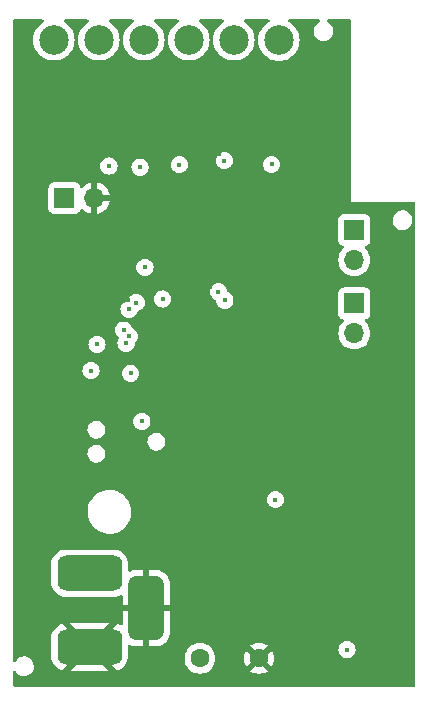
<source format=gbr>
%TF.GenerationSoftware,KiCad,Pcbnew,7.0.6*%
%TF.CreationDate,2023-08-18T05:18:53-04:00*%
%TF.ProjectId,esp-lightthing,6573702d-6c69-4676-9874-7468696e672e,rev?*%
%TF.SameCoordinates,Original*%
%TF.FileFunction,Copper,L3,Inr*%
%TF.FilePolarity,Positive*%
%FSLAX46Y46*%
G04 Gerber Fmt 4.6, Leading zero omitted, Abs format (unit mm)*
G04 Created by KiCad (PCBNEW 7.0.6) date 2023-08-18 05:18:53*
%MOMM*%
%LPD*%
G01*
G04 APERTURE LIST*
G04 Aperture macros list*
%AMRoundRect*
0 Rectangle with rounded corners*
0 $1 Rounding radius*
0 $2 $3 $4 $5 $6 $7 $8 $9 X,Y pos of 4 corners*
0 Add a 4 corners polygon primitive as box body*
4,1,4,$2,$3,$4,$5,$6,$7,$8,$9,$2,$3,0*
0 Add four circle primitives for the rounded corners*
1,1,$1+$1,$2,$3*
1,1,$1+$1,$4,$5*
1,1,$1+$1,$6,$7*
1,1,$1+$1,$8,$9*
0 Add four rect primitives between the rounded corners*
20,1,$1+$1,$2,$3,$4,$5,0*
20,1,$1+$1,$4,$5,$6,$7,0*
20,1,$1+$1,$6,$7,$8,$9,0*
20,1,$1+$1,$8,$9,$2,$3,0*%
G04 Aperture macros list end*
%TA.AperFunction,ComponentPad*%
%ADD10C,2.500000*%
%TD*%
%TA.AperFunction,ComponentPad*%
%ADD11R,1.700000X1.700000*%
%TD*%
%TA.AperFunction,ComponentPad*%
%ADD12O,1.700000X1.700000*%
%TD*%
%TA.AperFunction,ComponentPad*%
%ADD13RoundRect,0.750000X-2.000000X-0.750000X2.000000X-0.750000X2.000000X0.750000X-2.000000X0.750000X0*%
%TD*%
%TA.AperFunction,ComponentPad*%
%ADD14RoundRect,0.750000X-0.750000X-2.000000X0.750000X-2.000000X0.750000X2.000000X-0.750000X2.000000X0*%
%TD*%
%TA.AperFunction,ComponentPad*%
%ADD15C,1.600000*%
%TD*%
%TA.AperFunction,ComponentPad*%
%ADD16R,0.500000X0.900000*%
%TD*%
%TA.AperFunction,ViaPad*%
%ADD17C,0.450000*%
%TD*%
%TA.AperFunction,ViaPad*%
%ADD18C,0.800000*%
%TD*%
G04 APERTURE END LIST*
D10*
%TO.N,VCC*%
%TO.C,J101*%
X118870000Y-94225000D03*
%TO.N,/power/R*%
X122680000Y-94225000D03*
%TO.N,/power/G*%
X126490000Y-94225000D03*
%TO.N,/power/B*%
X130300000Y-94225000D03*
%TO.N,/power/CW*%
X134110000Y-94225000D03*
%TO.N,/power/WW*%
X137920000Y-94265000D03*
%TD*%
D11*
%TO.N,/D0*%
%TO.C,J103*%
X144300000Y-116550000D03*
D12*
%TO.N,/D1*%
X144300000Y-119090000D03*
%TD*%
D11*
%TO.N,VCC*%
%TO.C,C101*%
X119755000Y-107640000D03*
D12*
%TO.N,GND*%
X122295000Y-107640000D03*
%TD*%
D13*
%TO.N,VCC*%
%TO.C,J201*%
X121890000Y-139390000D03*
%TO.N,GND*%
X121890000Y-145640000D03*
D14*
X126690000Y-142340000D03*
%TD*%
D15*
%TO.N,VCC*%
%TO.C,J202*%
X131230000Y-146590000D03*
%TO.N,GND*%
X136230000Y-146590000D03*
%TD*%
D16*
%TO.N,GND*%
%TO.C,AE301*%
X143785000Y-106860000D03*
%TD*%
D11*
%TO.N,+3V3*%
%TO.C,J102*%
X144300000Y-110335000D03*
D12*
%TO.N,/ADC*%
X144300000Y-112875000D03*
%TD*%
D17*
%TO.N,GND*%
X138975000Y-125980000D03*
X146090000Y-132520000D03*
X122610000Y-113705000D03*
X124290000Y-107120000D03*
X136875000Y-111280000D03*
X138975000Y-135080000D03*
X126850000Y-106220000D03*
X132390000Y-112210000D03*
X144110000Y-142140000D03*
X142475000Y-121780000D03*
X139675000Y-125980000D03*
X139675000Y-128080000D03*
X120305000Y-121915000D03*
X132675000Y-127380000D03*
X147690000Y-133280000D03*
X147350000Y-111280000D03*
X143175000Y-100780000D03*
X131800000Y-105930000D03*
X142475000Y-128080000D03*
X141775000Y-128080000D03*
X130575000Y-126680000D03*
X143175000Y-97280000D03*
X134775000Y-108480000D03*
X139860000Y-118980000D03*
X146690000Y-120420000D03*
X145975000Y-119680000D03*
X148075000Y-125280000D03*
X136175000Y-112680000D03*
X130510000Y-129660000D03*
X140375000Y-130880000D03*
X140375000Y-100080000D03*
X140375000Y-94480000D03*
X138975000Y-128080000D03*
X142490000Y-143780000D03*
X131275000Y-126680000D03*
X141140000Y-117990000D03*
X121830000Y-111290000D03*
X141775000Y-108480000D03*
X144575000Y-121080000D03*
X141075000Y-111980000D03*
X138975000Y-137880000D03*
X145975000Y-137880000D03*
X148450000Y-135560000D03*
X138975000Y-126680000D03*
X127350000Y-105660000D03*
X140650000Y-139140000D03*
X134775000Y-128780000D03*
X148780000Y-111890000D03*
X138975000Y-144880000D03*
X125305000Y-103395000D03*
X134360000Y-117060000D03*
X128475000Y-123880000D03*
X125150000Y-116230000D03*
X140375000Y-97980000D03*
X126980000Y-123740000D03*
X128310000Y-108630000D03*
X132675000Y-128780000D03*
X137575000Y-125980000D03*
X136875000Y-128080000D03*
X141775000Y-102180000D03*
X148450000Y-141040000D03*
X139675000Y-143480000D03*
X139675000Y-145580000D03*
X130575000Y-123880000D03*
X144575000Y-137880000D03*
X132970000Y-111820000D03*
X148775000Y-121780000D03*
X140375000Y-111980000D03*
X140470000Y-136260000D03*
X140650000Y-140650000D03*
X146675000Y-128080000D03*
X122610000Y-111290000D03*
X142475000Y-129480000D03*
X138275000Y-111980000D03*
X138275000Y-130180000D03*
X136175000Y-128080000D03*
X143175000Y-96580000D03*
X140375000Y-130180000D03*
X138975000Y-143480000D03*
X138275000Y-137180000D03*
X125330000Y-111070000D03*
X140470000Y-137030000D03*
X145275000Y-137880000D03*
X142475000Y-95180000D03*
X136875000Y-125980000D03*
X133375000Y-129480000D03*
X136535000Y-104005000D03*
X128940000Y-105790000D03*
X137575000Y-127380000D03*
X136305000Y-102465000D03*
X139675000Y-129480000D03*
X136175000Y-129480000D03*
X145275000Y-121080000D03*
X135475000Y-129480000D03*
X146220000Y-123520000D03*
X121830000Y-109680000D03*
X141775000Y-98680000D03*
X141775000Y-100780000D03*
X141960000Y-118190000D03*
X139860000Y-118030000D03*
X141075000Y-96580000D03*
X143175000Y-102880000D03*
X145150000Y-134700000D03*
X142475000Y-108480000D03*
X142475000Y-97980000D03*
X141775000Y-95880000D03*
X136175000Y-111980000D03*
X140375000Y-128780000D03*
X141775000Y-97280000D03*
X147380000Y-114200000D03*
X127110000Y-108620000D03*
X125050000Y-108120000D03*
X141850000Y-146290000D03*
X138975000Y-111980000D03*
X128565000Y-101655000D03*
X144110000Y-141380000D03*
X138975000Y-142080000D03*
X138275000Y-137880000D03*
X136175000Y-113380000D03*
X134075000Y-127380000D03*
X133375000Y-127380000D03*
X135475000Y-105680000D03*
X147390000Y-142030000D03*
X140375000Y-125980000D03*
X138275000Y-125280000D03*
X141075000Y-131580000D03*
X132060000Y-115200000D03*
X148450000Y-142030000D03*
X141075000Y-129480000D03*
X149110000Y-119890000D03*
X148075000Y-128780000D03*
X147375000Y-114780000D03*
X147230000Y-117970000D03*
X134075000Y-125980000D03*
X138275000Y-138580000D03*
X145975000Y-136480000D03*
X147375000Y-121080000D03*
X138275000Y-127380000D03*
X141775000Y-130880000D03*
X134075000Y-129480000D03*
X148775000Y-114780000D03*
X139675000Y-127380000D03*
X133375000Y-128780000D03*
X143175000Y-95180000D03*
X142420000Y-115850000D03*
X126740000Y-109340000D03*
X142475000Y-125980000D03*
X133375000Y-128080000D03*
X136175000Y-107080000D03*
X133125000Y-102755000D03*
X143698000Y-134700000D03*
X142490000Y-142890000D03*
X145275000Y-114780000D03*
X148075000Y-125980000D03*
X133375000Y-108480000D03*
X145975000Y-118980000D03*
X123740000Y-111110000D03*
X136175000Y-125280000D03*
X142475000Y-110580000D03*
X129290000Y-114230000D03*
X124500000Y-117750000D03*
X135475000Y-128080000D03*
X146675000Y-115480000D03*
X141775000Y-121780000D03*
X148075000Y-115480000D03*
X138975000Y-113380000D03*
X143560000Y-123520000D03*
X128555000Y-102285000D03*
X121640000Y-119000000D03*
X142475000Y-107080000D03*
X132675000Y-108480000D03*
X136875000Y-126680000D03*
X138275000Y-134380000D03*
X134075000Y-126680000D03*
X134775000Y-129480000D03*
X147375000Y-128780000D03*
X139675000Y-142780000D03*
X140375000Y-111280000D03*
X142246000Y-134700000D03*
X146680000Y-114200000D03*
X131535000Y-141025000D03*
X122610000Y-112095000D03*
X138275000Y-139980000D03*
X140375000Y-126680000D03*
X142475000Y-100080000D03*
X141075000Y-102180000D03*
X131975000Y-127380000D03*
X139675000Y-113380000D03*
X137575000Y-129480000D03*
X148775000Y-121080000D03*
X143175000Y-129480000D03*
X148450000Y-136570000D03*
X141775000Y-129480000D03*
X123740000Y-110530000D03*
X146930000Y-123520000D03*
X146570000Y-111940000D03*
X143175000Y-127380000D03*
X148450000Y-137710000D03*
X138975000Y-138580000D03*
X142490000Y-141990000D03*
X128550000Y-119705000D03*
X143175000Y-99380000D03*
X139675000Y-144880000D03*
X129170000Y-108760000D03*
X122610000Y-109680000D03*
X138275000Y-141380000D03*
X134075000Y-108480000D03*
X127590000Y-107250000D03*
X147375000Y-125980000D03*
X141775000Y-97980000D03*
X148450000Y-138920000D03*
X144575000Y-114780000D03*
X136175000Y-111280000D03*
X130370000Y-110190000D03*
X127920000Y-105180000D03*
X133375000Y-124580000D03*
X139030000Y-116140000D03*
X140375000Y-132280000D03*
X148750000Y-146740000D03*
X148775000Y-130880000D03*
X136175000Y-126680000D03*
X139675000Y-128780000D03*
X125130000Y-121480000D03*
X141075000Y-102880000D03*
X141075000Y-100780000D03*
X133520000Y-110970000D03*
X136175000Y-106380000D03*
X127360000Y-118520000D03*
X146675000Y-114780000D03*
X139860000Y-121980000D03*
X122240000Y-121060000D03*
X138275000Y-112680000D03*
X147375000Y-128080000D03*
X144575000Y-121780000D03*
X139675000Y-130880000D03*
X141775000Y-107780000D03*
X139675000Y-131580000D03*
X135310000Y-117910000D03*
X131220000Y-106550000D03*
X126950000Y-107960000D03*
X135475000Y-106380000D03*
X133760000Y-111720000D03*
X148450000Y-139960000D03*
X134775000Y-107780000D03*
X147010000Y-133080000D03*
X141775000Y-110580000D03*
X124875000Y-102555000D03*
X129740000Y-119705000D03*
X145975000Y-116180000D03*
X136175000Y-107780000D03*
X138275000Y-113380000D03*
X148075000Y-121780000D03*
X135910000Y-119580000D03*
X148075000Y-127380000D03*
X142475000Y-95880000D03*
X134360000Y-117910000D03*
X136875000Y-125280000D03*
X138975000Y-137180000D03*
X145910000Y-108960000D03*
X134775000Y-128080000D03*
X136185000Y-101915000D03*
X147390000Y-139960000D03*
X138975000Y-142780000D03*
X141075000Y-97980000D03*
X129290000Y-115550000D03*
X138975000Y-129480000D03*
X141075000Y-99380000D03*
X138275000Y-136480000D03*
X143175000Y-128080000D03*
X142475000Y-97280000D03*
X143175000Y-103580000D03*
X143175000Y-121080000D03*
X125640000Y-107560000D03*
X145975000Y-116880000D03*
X122610000Y-114510000D03*
X142190000Y-138980000D03*
X125320000Y-112080000D03*
X146675000Y-128780000D03*
X135475000Y-126680000D03*
X140375000Y-128080000D03*
X134075000Y-125280000D03*
X136110000Y-116140000D03*
X142475000Y-127380000D03*
X122350000Y-119000000D03*
X143175000Y-125980000D03*
X124805000Y-101905000D03*
X147390000Y-135560000D03*
X138975000Y-134380000D03*
X132940000Y-112870000D03*
X132675000Y-128080000D03*
X134900000Y-119580000D03*
X148780000Y-114200000D03*
X137575000Y-128080000D03*
X139230000Y-122780000D03*
X126770000Y-110120000D03*
X141775000Y-103580000D03*
X138275000Y-125980000D03*
X145975000Y-114780000D03*
X139675000Y-112680000D03*
X145975000Y-121080000D03*
X141075000Y-100080000D03*
X136875000Y-128780000D03*
X148075000Y-111280000D03*
X129015000Y-103855000D03*
X121830000Y-112095000D03*
X142475000Y-96580000D03*
X141520000Y-134700000D03*
X135475000Y-107780000D03*
X138275000Y-128780000D03*
X131840000Y-111390000D03*
X145275000Y-121780000D03*
X142475000Y-102180000D03*
X141120000Y-141980000D03*
X129290000Y-112910000D03*
X149110000Y-118570000D03*
X136875000Y-108480000D03*
X140375000Y-98680000D03*
X138350000Y-116140000D03*
X136785000Y-102885000D03*
X141075000Y-98680000D03*
X127300000Y-114700000D03*
X125940000Y-109920000D03*
X141775000Y-111280000D03*
X142876666Y-123520000D03*
X141075000Y-101480000D03*
X147375000Y-121780000D03*
X142475000Y-109180000D03*
X138975000Y-141380000D03*
X121830000Y-112900000D03*
X148740000Y-144860000D03*
X134950000Y-122780000D03*
X143175000Y-98680000D03*
X145975000Y-118280000D03*
X141120000Y-144750000D03*
X138275000Y-146280000D03*
X148350000Y-133310000D03*
X141970000Y-113440000D03*
X134950000Y-121770000D03*
X129610000Y-138355000D03*
X121725000Y-102875000D03*
X137575000Y-106380000D03*
X122360000Y-125030000D03*
X123940000Y-107690000D03*
X138275000Y-143480000D03*
X136875000Y-129480000D03*
X126280000Y-106900000D03*
X139675000Y-126680000D03*
X141720000Y-137610000D03*
X144100000Y-143000000D03*
X139860000Y-116140000D03*
X148075000Y-121080000D03*
X142475000Y-102880000D03*
X121830000Y-114510000D03*
X148340000Y-134410000D03*
X141775000Y-125280000D03*
X136170000Y-117910000D03*
X128430000Y-106380000D03*
X147640000Y-123520000D03*
X147390000Y-138920000D03*
X134775000Y-126680000D03*
X121760000Y-125610000D03*
X140375000Y-129480000D03*
X143175000Y-108480000D03*
X129920000Y-107810000D03*
X132835000Y-103875000D03*
X138975000Y-144180000D03*
X125110000Y-109980000D03*
X136770000Y-116140000D03*
X141075000Y-130880000D03*
X142475000Y-130180000D03*
X143175000Y-121780000D03*
X134075000Y-107080000D03*
X136875000Y-107080000D03*
X141075000Y-103580000D03*
X141390000Y-114030000D03*
X129875000Y-123880000D03*
X145975000Y-115480000D03*
X142475000Y-120380000D03*
X143875000Y-108480000D03*
X127360000Y-120890000D03*
X141075000Y-111280000D03*
X136910000Y-117060000D03*
X134520000Y-116140000D03*
X126310000Y-108530000D03*
X142475000Y-99380000D03*
X142475000Y-103580000D03*
X146675000Y-125980000D03*
X143175000Y-97980000D03*
X141075000Y-125980000D03*
X136875000Y-106380000D03*
X134775000Y-106380000D03*
X140640000Y-114980000D03*
X120305000Y-130155000D03*
X138975000Y-146280000D03*
X131090000Y-117130000D03*
X140375000Y-127380000D03*
X147375000Y-115480000D03*
X136175000Y-127380000D03*
X138275000Y-142780000D03*
X140375000Y-100780000D03*
X140375000Y-95180000D03*
X133660000Y-113470000D03*
X129290000Y-111640000D03*
X141170000Y-119010000D03*
X140480000Y-135480000D03*
X140375000Y-125280000D03*
X129175000Y-123880000D03*
X141775000Y-106380000D03*
X145975000Y-120380000D03*
X138975000Y-128780000D03*
X148080000Y-111900000D03*
X148940000Y-110680000D03*
X132650000Y-114250000D03*
X147430000Y-120420000D03*
X146675000Y-121080000D03*
X135475000Y-128780000D03*
X146675000Y-130180000D03*
X142475000Y-109880000D03*
X134075000Y-128080000D03*
X133375000Y-126680000D03*
X146675000Y-121780000D03*
X138275000Y-128080000D03*
X140375000Y-96580000D03*
X147375000Y-127380000D03*
X141775000Y-131580000D03*
X138275000Y-144180000D03*
X138975000Y-145580000D03*
X143175000Y-102180000D03*
X147390000Y-137710000D03*
X140375000Y-97280000D03*
X143875000Y-121080000D03*
X142475000Y-125280000D03*
X146550000Y-147100000D03*
X129290000Y-113570000D03*
X137575000Y-112680000D03*
X143175000Y-126680000D03*
X138975000Y-112680000D03*
X140660000Y-141410000D03*
X148720000Y-117980000D03*
X141970000Y-117310000D03*
X142490000Y-144760000D03*
X138275000Y-107080000D03*
X136875000Y-127380000D03*
X138275000Y-142080000D03*
X134775000Y-125980000D03*
X148450000Y-143130000D03*
X148075000Y-114780000D03*
X141775000Y-121080000D03*
X136175000Y-128780000D03*
X142490000Y-138300000D03*
X138975000Y-140680000D03*
X148840000Y-120420000D03*
X134520000Y-111690000D03*
X122560000Y-116330000D03*
X134010000Y-119580000D03*
X140375000Y-95880000D03*
X144820000Y-145840000D03*
X147790000Y-133900000D03*
X138975000Y-125280000D03*
X139675000Y-111280000D03*
X136175000Y-125980000D03*
X148775000Y-128080000D03*
X137600000Y-116140000D03*
X121505000Y-103885000D03*
X142475000Y-100780000D03*
X142490000Y-137610000D03*
X141075000Y-128780000D03*
X148775000Y-126680000D03*
X144850000Y-127140000D03*
X138275000Y-139280000D03*
X132455000Y-101855000D03*
X129015000Y-102745000D03*
X147390000Y-141040000D03*
X127360000Y-119705000D03*
X136625000Y-103455000D03*
X124580000Y-113640000D03*
X139675000Y-125280000D03*
X145975000Y-121780000D03*
X148075000Y-131580000D03*
X140375000Y-102880000D03*
X141075000Y-126680000D03*
X121155000Y-103405000D03*
X138275000Y-144880000D03*
X127670000Y-109280000D03*
X148040000Y-117980000D03*
X140375000Y-93780000D03*
X129740000Y-118520000D03*
X139860000Y-120080000D03*
X131840000Y-113420000D03*
X123740000Y-111940000D03*
X140375000Y-99380000D03*
X146860000Y-132470000D03*
X129290000Y-114890000D03*
X123740000Y-109680000D03*
X136930000Y-117910000D03*
X138290000Y-132040000D03*
X141775000Y-126680000D03*
X146675000Y-130880000D03*
X137830000Y-117060000D03*
X137575000Y-113380000D03*
X141775000Y-95180000D03*
X139675000Y-130180000D03*
X134775000Y-127380000D03*
X142475000Y-106380000D03*
X134075000Y-128780000D03*
X137575000Y-111280000D03*
X142475000Y-128780000D03*
X140375000Y-112680000D03*
X125400000Y-106030000D03*
X122610000Y-112900000D03*
X137575000Y-128780000D03*
X143175000Y-101480000D03*
X136875000Y-107780000D03*
X141120000Y-145640000D03*
X135475000Y-107080000D03*
X141775000Y-102880000D03*
X138975000Y-139280000D03*
X135475000Y-113380000D03*
X137260000Y-122780000D03*
X129870000Y-129120000D03*
X148080000Y-114210000D03*
X132370000Y-105330000D03*
X140690000Y-116140000D03*
X139675000Y-111980000D03*
X138275000Y-140680000D03*
X146550000Y-117970000D03*
X139675000Y-146280000D03*
X141775000Y-101480000D03*
D18*
X144680000Y-140040000D03*
D17*
X148350000Y-123520000D03*
X131820000Y-114140000D03*
X120305000Y-124105000D03*
X141075000Y-95180000D03*
X147390000Y-136570000D03*
X147370000Y-111900000D03*
X128950000Y-107910000D03*
X132675000Y-126680000D03*
X129290000Y-112280000D03*
X148760000Y-147620000D03*
X125195000Y-104005000D03*
X138780000Y-117060000D03*
X131275000Y-127380000D03*
X141075000Y-97280000D03*
X129360000Y-128520000D03*
X137990000Y-118030500D03*
X143175000Y-94480000D03*
X140375000Y-102180000D03*
X134775000Y-125280000D03*
X143175000Y-128780000D03*
X142475000Y-101480000D03*
X140640000Y-139890000D03*
X148775000Y-130180000D03*
X138975000Y-139980000D03*
X142475000Y-107780000D03*
X147375000Y-130880000D03*
X135960000Y-122780000D03*
X126200000Y-123760000D03*
X148775000Y-111280000D03*
X120295000Y-127625000D03*
X138275000Y-129480000D03*
X135340000Y-116140000D03*
X138975000Y-135780000D03*
X141775000Y-125980000D03*
X138270000Y-122780000D03*
X133375000Y-125980000D03*
X141075000Y-127380000D03*
X124430000Y-108720000D03*
X136875000Y-111980000D03*
X138275000Y-106380000D03*
X131160000Y-122140000D03*
X141775000Y-127380000D03*
X146675000Y-129480000D03*
X141775000Y-107080000D03*
X135475000Y-127380000D03*
X128550000Y-120890000D03*
X120895000Y-101975000D03*
X141775000Y-100080000D03*
X141120000Y-142880000D03*
X137575000Y-107080000D03*
X131975000Y-126680000D03*
X135475000Y-108480000D03*
X146675000Y-127380000D03*
X140700000Y-134810000D03*
X137575000Y-107780000D03*
X128550000Y-118520000D03*
X141075000Y-130180000D03*
X129120000Y-126090000D03*
X141075000Y-110580000D03*
X141075000Y-125280000D03*
X141410000Y-114890000D03*
X140375000Y-101480000D03*
X131480000Y-109260000D03*
X148740000Y-143970000D03*
X147375000Y-130180000D03*
X139860000Y-121040000D03*
X138975000Y-111280000D03*
X134390000Y-110920000D03*
X148775000Y-128780000D03*
X142972000Y-134700000D03*
X131975000Y-128080000D03*
X148775000Y-125980000D03*
X146675000Y-125280000D03*
X146900000Y-134570000D03*
X148075000Y-126680000D03*
X138275000Y-135780000D03*
X133375000Y-107780000D03*
X132495000Y-102525000D03*
X137575000Y-125280000D03*
X139675000Y-144180000D03*
X136875000Y-113380000D03*
X133405000Y-103505000D03*
X141775000Y-99380000D03*
X129580000Y-111060000D03*
X134775000Y-107080000D03*
X148350000Y-110680000D03*
X132720000Y-111130000D03*
X138275000Y-111280000D03*
X125375000Y-102805000D03*
X136110000Y-117060000D03*
X135475000Y-125980000D03*
X141775000Y-109880000D03*
X148775000Y-127380000D03*
X138275000Y-145580000D03*
X144575000Y-108480000D03*
X148075000Y-130180000D03*
X123598825Y-126728825D03*
X122610000Y-110485000D03*
X143175000Y-100080000D03*
X143175000Y-95880000D03*
X138975000Y-127380000D03*
X139860000Y-117060000D03*
X123740000Y-112790000D03*
X148075000Y-129480000D03*
X148075000Y-130880000D03*
X144424000Y-134700000D03*
X141550000Y-138980000D03*
X141120000Y-143770000D03*
X146675000Y-126680000D03*
X147720000Y-110660000D03*
X130840000Y-109820000D03*
X141775000Y-128780000D03*
X121075000Y-102625000D03*
X149110000Y-119220000D03*
X142475000Y-121080000D03*
X146150000Y-133810000D03*
X121830000Y-113705000D03*
X143175000Y-125280000D03*
X140375000Y-103580000D03*
X130470000Y-107120000D03*
X138275000Y-135080000D03*
X148750000Y-145850000D03*
X128560000Y-109380000D03*
X137575000Y-126680000D03*
X135475000Y-125280000D03*
X129740000Y-120890000D03*
X136875000Y-112680000D03*
X147375000Y-129480000D03*
X128320000Y-137585000D03*
X122430000Y-118120000D03*
X147375000Y-126680000D03*
X147375000Y-125280000D03*
X148075000Y-128080000D03*
X140930000Y-137600000D03*
X142475000Y-126680000D03*
X121690000Y-117340000D03*
X145975000Y-137180000D03*
X143175000Y-93780000D03*
X142510000Y-112910000D03*
X133375000Y-125280000D03*
X141775000Y-130180000D03*
X125700000Y-109070000D03*
X141075000Y-128080000D03*
X141930000Y-114400000D03*
X148775000Y-129480000D03*
X147390000Y-143130000D03*
X141075000Y-95880000D03*
X138275000Y-126680000D03*
X148775000Y-131580000D03*
X145975000Y-117580000D03*
X136175000Y-108480000D03*
X141775000Y-96580000D03*
X135320000Y-117060000D03*
X138275000Y-107780000D03*
X124810000Y-106570000D03*
X140375000Y-131580000D03*
X133060000Y-119540000D03*
X148775000Y-115480000D03*
X134075000Y-107780000D03*
X121830000Y-110485000D03*
X143875000Y-121780000D03*
X138975000Y-130180000D03*
X142475000Y-98680000D03*
X148140000Y-120420000D03*
X128795000Y-103315000D03*
X138975000Y-136480000D03*
X134940000Y-120860000D03*
X121690000Y-118100000D03*
X137575000Y-111980000D03*
X125430000Y-123780000D03*
X139675000Y-132280000D03*
X123210000Y-124210000D03*
X148775000Y-125280000D03*
X127870000Y-110020000D03*
X141775000Y-109180000D03*
%TO.N,+3V3*%
X122510000Y-120020000D03*
X122000000Y-122230000D03*
X126570000Y-113500000D03*
X133340000Y-116270500D03*
X124760000Y-118791969D03*
%TO.N,+5V*%
X126308825Y-126543825D03*
X137625000Y-133160000D03*
%TO.N,/ESP32/GATE_R*%
X123520000Y-104910000D03*
X125360000Y-122460500D03*
%TO.N,/ESP32/GATE_G*%
X126160000Y-105020000D03*
X124980000Y-119920000D03*
%TO.N,/ESP32/GATE_B*%
X129480000Y-104800000D03*
X125233403Y-119321969D03*
%TO.N,/ESP32/GATE_CW*%
X133290000Y-104460000D03*
X125220000Y-117050000D03*
%TO.N,/ESP32/GATE_WW*%
X125830000Y-116480000D03*
X137295000Y-104775000D03*
%TO.N,/ADC*%
X128070000Y-116180000D03*
X132790000Y-115560000D03*
%TO.N,VCC*%
X143680000Y-145870000D03*
%TD*%
%TA.AperFunction,Conductor*%
%TO.N,GND*%
G36*
X117964283Y-92515185D02*
G01*
X118010038Y-92567989D01*
X118019982Y-92637147D01*
X117990957Y-92700703D01*
X117967100Y-92721950D01*
X117890489Y-92774183D01*
X117775520Y-92852567D01*
X117583198Y-93031014D01*
X117419614Y-93236143D01*
X117288432Y-93463356D01*
X117192582Y-93707578D01*
X117192576Y-93707597D01*
X117134197Y-93963374D01*
X117134196Y-93963379D01*
X117114592Y-94224995D01*
X117114592Y-94225004D01*
X117134196Y-94486620D01*
X117134197Y-94486625D01*
X117192576Y-94742402D01*
X117192578Y-94742411D01*
X117192580Y-94742416D01*
X117288432Y-94986643D01*
X117419614Y-95213857D01*
X117551736Y-95379533D01*
X117583198Y-95418985D01*
X117764753Y-95587441D01*
X117775521Y-95597433D01*
X117992296Y-95745228D01*
X117992301Y-95745230D01*
X117992302Y-95745231D01*
X117992303Y-95745232D01*
X118075363Y-95785231D01*
X118228673Y-95859061D01*
X118228674Y-95859061D01*
X118228677Y-95859063D01*
X118479385Y-95936396D01*
X118738818Y-95975500D01*
X119001182Y-95975500D01*
X119260615Y-95936396D01*
X119511323Y-95859063D01*
X119747704Y-95745228D01*
X119964479Y-95597433D01*
X120156805Y-95418981D01*
X120320386Y-95213857D01*
X120451568Y-94986643D01*
X120547420Y-94742416D01*
X120605802Y-94486630D01*
X120605803Y-94486620D01*
X120625408Y-94225004D01*
X120625408Y-94224995D01*
X120605803Y-93963379D01*
X120605802Y-93963374D01*
X120605802Y-93963370D01*
X120547420Y-93707584D01*
X120451568Y-93463357D01*
X120320386Y-93236143D01*
X120156805Y-93031019D01*
X120156804Y-93031018D01*
X120156801Y-93031014D01*
X119964479Y-92852567D01*
X119923968Y-92824947D01*
X119772902Y-92721951D01*
X119728602Y-92667925D01*
X119720543Y-92598521D01*
X119751286Y-92535779D01*
X119811070Y-92499617D01*
X119842756Y-92495500D01*
X121707244Y-92495500D01*
X121774283Y-92515185D01*
X121820038Y-92567989D01*
X121829982Y-92637147D01*
X121800957Y-92700703D01*
X121777100Y-92721950D01*
X121700489Y-92774183D01*
X121585520Y-92852567D01*
X121393198Y-93031014D01*
X121229614Y-93236143D01*
X121098432Y-93463356D01*
X121002582Y-93707578D01*
X121002576Y-93707597D01*
X120944197Y-93963374D01*
X120944196Y-93963379D01*
X120924592Y-94224995D01*
X120924592Y-94225004D01*
X120944196Y-94486620D01*
X120944197Y-94486625D01*
X121002576Y-94742402D01*
X121002578Y-94742411D01*
X121002580Y-94742416D01*
X121098432Y-94986643D01*
X121229614Y-95213857D01*
X121361736Y-95379533D01*
X121393198Y-95418985D01*
X121574753Y-95587441D01*
X121585521Y-95597433D01*
X121802296Y-95745228D01*
X121802301Y-95745230D01*
X121802302Y-95745231D01*
X121802303Y-95745232D01*
X121885363Y-95785231D01*
X122038673Y-95859061D01*
X122038674Y-95859061D01*
X122038677Y-95859063D01*
X122289385Y-95936396D01*
X122548818Y-95975500D01*
X122811182Y-95975500D01*
X123070615Y-95936396D01*
X123321323Y-95859063D01*
X123557704Y-95745228D01*
X123774479Y-95597433D01*
X123966805Y-95418981D01*
X124130386Y-95213857D01*
X124261568Y-94986643D01*
X124357420Y-94742416D01*
X124415802Y-94486630D01*
X124415803Y-94486620D01*
X124435408Y-94225004D01*
X124435408Y-94224995D01*
X124415803Y-93963379D01*
X124415802Y-93963374D01*
X124415802Y-93963370D01*
X124357420Y-93707584D01*
X124261568Y-93463357D01*
X124130386Y-93236143D01*
X123966805Y-93031019D01*
X123966804Y-93031018D01*
X123966801Y-93031014D01*
X123774479Y-92852567D01*
X123733968Y-92824947D01*
X123582902Y-92721951D01*
X123538602Y-92667925D01*
X123530543Y-92598521D01*
X123561286Y-92535779D01*
X123621070Y-92499617D01*
X123652756Y-92495500D01*
X125517244Y-92495500D01*
X125584283Y-92515185D01*
X125630038Y-92567989D01*
X125639982Y-92637147D01*
X125610957Y-92700703D01*
X125587100Y-92721950D01*
X125510489Y-92774183D01*
X125395520Y-92852567D01*
X125203198Y-93031014D01*
X125039614Y-93236143D01*
X124908432Y-93463356D01*
X124812582Y-93707578D01*
X124812576Y-93707597D01*
X124754197Y-93963374D01*
X124754196Y-93963379D01*
X124734592Y-94224995D01*
X124734592Y-94225004D01*
X124754196Y-94486620D01*
X124754197Y-94486625D01*
X124812576Y-94742402D01*
X124812578Y-94742411D01*
X124812580Y-94742416D01*
X124908432Y-94986643D01*
X125039614Y-95213857D01*
X125171736Y-95379533D01*
X125203198Y-95418985D01*
X125384753Y-95587441D01*
X125395521Y-95597433D01*
X125612296Y-95745228D01*
X125612301Y-95745230D01*
X125612302Y-95745231D01*
X125612303Y-95745232D01*
X125695363Y-95785231D01*
X125848673Y-95859061D01*
X125848674Y-95859061D01*
X125848677Y-95859063D01*
X126099385Y-95936396D01*
X126358818Y-95975500D01*
X126621182Y-95975500D01*
X126880615Y-95936396D01*
X127131323Y-95859063D01*
X127367704Y-95745228D01*
X127584479Y-95597433D01*
X127776805Y-95418981D01*
X127940386Y-95213857D01*
X128071568Y-94986643D01*
X128167420Y-94742416D01*
X128225802Y-94486630D01*
X128225803Y-94486620D01*
X128245408Y-94225004D01*
X128245408Y-94224995D01*
X128225803Y-93963379D01*
X128225802Y-93963374D01*
X128225802Y-93963370D01*
X128167420Y-93707584D01*
X128071568Y-93463357D01*
X127940386Y-93236143D01*
X127776805Y-93031019D01*
X127776804Y-93031018D01*
X127776801Y-93031014D01*
X127584479Y-92852567D01*
X127543968Y-92824947D01*
X127392902Y-92721951D01*
X127348602Y-92667925D01*
X127340543Y-92598521D01*
X127371286Y-92535779D01*
X127431070Y-92499617D01*
X127462756Y-92495500D01*
X129327244Y-92495500D01*
X129394283Y-92515185D01*
X129440038Y-92567989D01*
X129449982Y-92637147D01*
X129420957Y-92700703D01*
X129397100Y-92721950D01*
X129320489Y-92774183D01*
X129205520Y-92852567D01*
X129013198Y-93031014D01*
X128849614Y-93236143D01*
X128718432Y-93463356D01*
X128622582Y-93707578D01*
X128622576Y-93707597D01*
X128564197Y-93963374D01*
X128564196Y-93963379D01*
X128544592Y-94224995D01*
X128544592Y-94225004D01*
X128564196Y-94486620D01*
X128564197Y-94486625D01*
X128622576Y-94742402D01*
X128622578Y-94742411D01*
X128622580Y-94742416D01*
X128718432Y-94986643D01*
X128849614Y-95213857D01*
X128981736Y-95379533D01*
X129013198Y-95418985D01*
X129194753Y-95587441D01*
X129205521Y-95597433D01*
X129422296Y-95745228D01*
X129422301Y-95745230D01*
X129422302Y-95745231D01*
X129422303Y-95745232D01*
X129505363Y-95785231D01*
X129658673Y-95859061D01*
X129658674Y-95859061D01*
X129658677Y-95859063D01*
X129909385Y-95936396D01*
X130168818Y-95975500D01*
X130431182Y-95975500D01*
X130690615Y-95936396D01*
X130941323Y-95859063D01*
X131177704Y-95745228D01*
X131394479Y-95597433D01*
X131586805Y-95418981D01*
X131750386Y-95213857D01*
X131881568Y-94986643D01*
X131977420Y-94742416D01*
X132035802Y-94486630D01*
X132035803Y-94486620D01*
X132055408Y-94225004D01*
X132055408Y-94224995D01*
X132035803Y-93963379D01*
X132035802Y-93963374D01*
X132035802Y-93963370D01*
X131977420Y-93707584D01*
X131881568Y-93463357D01*
X131750386Y-93236143D01*
X131586805Y-93031019D01*
X131586804Y-93031018D01*
X131586801Y-93031014D01*
X131394479Y-92852567D01*
X131353968Y-92824947D01*
X131202902Y-92721951D01*
X131158602Y-92667925D01*
X131150543Y-92598521D01*
X131181286Y-92535779D01*
X131241070Y-92499617D01*
X131272756Y-92495500D01*
X133137244Y-92495500D01*
X133204283Y-92515185D01*
X133250038Y-92567989D01*
X133259982Y-92637147D01*
X133230957Y-92700703D01*
X133207100Y-92721950D01*
X133130489Y-92774183D01*
X133015520Y-92852567D01*
X132823198Y-93031014D01*
X132659614Y-93236143D01*
X132528432Y-93463356D01*
X132432582Y-93707578D01*
X132432576Y-93707597D01*
X132374197Y-93963374D01*
X132374196Y-93963379D01*
X132354592Y-94224995D01*
X132354592Y-94225004D01*
X132374196Y-94486620D01*
X132374197Y-94486625D01*
X132432576Y-94742402D01*
X132432578Y-94742411D01*
X132432580Y-94742416D01*
X132528432Y-94986643D01*
X132659614Y-95213857D01*
X132791736Y-95379533D01*
X132823198Y-95418985D01*
X133004753Y-95587441D01*
X133015521Y-95597433D01*
X133232296Y-95745228D01*
X133232301Y-95745230D01*
X133232302Y-95745231D01*
X133232303Y-95745232D01*
X133315363Y-95785231D01*
X133468673Y-95859061D01*
X133468674Y-95859061D01*
X133468677Y-95859063D01*
X133719385Y-95936396D01*
X133978818Y-95975500D01*
X134241182Y-95975500D01*
X134500615Y-95936396D01*
X134751323Y-95859063D01*
X134987704Y-95745228D01*
X135204479Y-95597433D01*
X135396805Y-95418981D01*
X135560386Y-95213857D01*
X135691568Y-94986643D01*
X135787420Y-94742416D01*
X135845802Y-94486630D01*
X135845803Y-94486620D01*
X135865408Y-94225004D01*
X135865408Y-94224995D01*
X135845803Y-93963379D01*
X135845802Y-93963374D01*
X135845802Y-93963370D01*
X135787420Y-93707584D01*
X135691568Y-93463357D01*
X135560386Y-93236143D01*
X135396805Y-93031019D01*
X135396804Y-93031018D01*
X135396801Y-93031014D01*
X135204479Y-92852567D01*
X135163968Y-92824947D01*
X135012902Y-92721951D01*
X134968602Y-92667925D01*
X134960543Y-92598521D01*
X134991286Y-92535779D01*
X135051070Y-92499617D01*
X135082756Y-92495500D01*
X137016635Y-92495500D01*
X137083674Y-92515185D01*
X137129429Y-92567989D01*
X137139373Y-92637147D01*
X137110348Y-92700703D01*
X137070437Y-92731220D01*
X137042300Y-92744769D01*
X136825520Y-92892567D01*
X136633198Y-93071014D01*
X136469614Y-93276143D01*
X136338432Y-93503356D01*
X136242582Y-93747578D01*
X136242576Y-93747597D01*
X136184197Y-94003374D01*
X136184196Y-94003379D01*
X136164592Y-94264995D01*
X136164592Y-94265004D01*
X136184196Y-94526620D01*
X136184197Y-94526625D01*
X136242576Y-94782402D01*
X136242578Y-94782411D01*
X136242580Y-94782416D01*
X136338432Y-95026643D01*
X136469614Y-95253857D01*
X136601296Y-95418981D01*
X136633198Y-95458985D01*
X136782410Y-95597432D01*
X136825521Y-95637433D01*
X137042296Y-95785228D01*
X137042301Y-95785230D01*
X137042302Y-95785231D01*
X137042303Y-95785232D01*
X137167843Y-95845688D01*
X137278673Y-95899061D01*
X137278674Y-95899061D01*
X137278677Y-95899063D01*
X137529385Y-95976396D01*
X137788818Y-96015500D01*
X138051182Y-96015500D01*
X138310615Y-95976396D01*
X138561323Y-95899063D01*
X138797704Y-95785228D01*
X139014479Y-95637433D01*
X139206805Y-95458981D01*
X139370386Y-95253857D01*
X139501568Y-95026643D01*
X139597420Y-94782416D01*
X139655802Y-94526630D01*
X139658800Y-94486625D01*
X139675408Y-94265004D01*
X139675408Y-94264995D01*
X139655803Y-94003379D01*
X139655802Y-94003374D01*
X139655802Y-94003370D01*
X139597420Y-93747584D01*
X139501568Y-93503357D01*
X139370386Y-93276143D01*
X139206805Y-93071019D01*
X139206804Y-93071018D01*
X139206801Y-93071014D01*
X139014479Y-92892567D01*
X139001189Y-92883506D01*
X138797704Y-92744772D01*
X138797701Y-92744771D01*
X138797699Y-92744769D01*
X138769563Y-92731220D01*
X138717704Y-92684398D01*
X138699391Y-92616970D01*
X138720439Y-92550347D01*
X138774165Y-92505678D01*
X138823365Y-92495500D01*
X141296673Y-92495500D01*
X141363712Y-92515185D01*
X141409467Y-92567989D01*
X141419411Y-92637147D01*
X141390386Y-92700703D01*
X141354569Y-92727653D01*
X141354987Y-92728348D01*
X141194437Y-92824947D01*
X141194436Y-92824948D01*
X141063290Y-92949175D01*
X140961915Y-93098695D01*
X140961914Y-93098698D01*
X140895054Y-93266502D01*
X140895053Y-93266505D01*
X140865828Y-93444776D01*
X140875607Y-93625152D01*
X140875608Y-93625154D01*
X140923934Y-93799209D01*
X140923937Y-93799215D01*
X140966243Y-93879013D01*
X141008551Y-93958814D01*
X141125498Y-94096494D01*
X141269308Y-94205816D01*
X141433256Y-94281667D01*
X141433257Y-94281667D01*
X141433259Y-94281668D01*
X141486782Y-94293448D01*
X141609678Y-94320500D01*
X141609681Y-94320500D01*
X141745022Y-94320500D01*
X141745028Y-94320500D01*
X141879586Y-94305866D01*
X142050774Y-94248186D01*
X142205561Y-94155054D01*
X142336708Y-94030825D01*
X142438083Y-93881307D01*
X142504947Y-93713492D01*
X142534172Y-93535227D01*
X142524392Y-93354848D01*
X142511194Y-93307316D01*
X142476065Y-93180790D01*
X142476062Y-93180784D01*
X142467417Y-93164479D01*
X142391449Y-93021186D01*
X142274502Y-92883506D01*
X142197471Y-92824948D01*
X142130698Y-92774188D01*
X142130690Y-92774183D01*
X142067113Y-92744769D01*
X142039596Y-92732038D01*
X141987020Y-92686025D01*
X141967666Y-92618889D01*
X141987680Y-92551947D01*
X142040709Y-92506453D01*
X142091664Y-92495500D01*
X143906000Y-92495500D01*
X143973039Y-92515185D01*
X144018794Y-92567989D01*
X144030000Y-92619499D01*
X144030000Y-107950000D01*
X149345500Y-107950000D01*
X149412539Y-107969685D01*
X149458294Y-108022489D01*
X149469500Y-108074000D01*
X149469500Y-148860500D01*
X149449815Y-148927539D01*
X149397011Y-148973294D01*
X149345500Y-148984500D01*
X115514500Y-148984500D01*
X115447461Y-148964815D01*
X115401706Y-148912011D01*
X115390500Y-148860500D01*
X115390500Y-148860499D01*
X115390500Y-147750688D01*
X115410184Y-147683653D01*
X115462987Y-147637898D01*
X115532146Y-147627954D01*
X115595702Y-147656979D01*
X115624054Y-147692608D01*
X115648551Y-147738814D01*
X115765498Y-147876494D01*
X115909308Y-147985816D01*
X116073256Y-148061667D01*
X116073257Y-148061667D01*
X116073259Y-148061668D01*
X116126782Y-148073448D01*
X116249678Y-148100500D01*
X116249681Y-148100500D01*
X116385022Y-148100500D01*
X116385028Y-148100500D01*
X116519586Y-148085866D01*
X116690774Y-148028186D01*
X116845561Y-147935054D01*
X116976708Y-147810825D01*
X117078083Y-147661307D01*
X117144947Y-147493492D01*
X117174172Y-147315227D01*
X117164392Y-147134848D01*
X117137085Y-147036497D01*
X117116065Y-146960790D01*
X117116062Y-146960784D01*
X117088570Y-146908929D01*
X117031449Y-146801186D01*
X116914502Y-146663506D01*
X116837471Y-146604948D01*
X116770698Y-146554188D01*
X116770690Y-146554183D01*
X116606744Y-146478333D01*
X116606740Y-146478331D01*
X116430322Y-146439500D01*
X116294972Y-146439500D01*
X116294970Y-146439500D01*
X116160413Y-146454134D01*
X115989225Y-146511814D01*
X115834437Y-146604947D01*
X115834436Y-146604948D01*
X115703292Y-146729173D01*
X115617134Y-146856250D01*
X115563220Y-146900691D01*
X115493837Y-146908929D01*
X115431015Y-146878349D01*
X115394699Y-146818659D01*
X115390500Y-146786663D01*
X115390500Y-138575781D01*
X118639500Y-138575781D01*
X118639501Y-140204218D01*
X118649904Y-140336413D01*
X118649905Y-140336420D01*
X118704902Y-140554678D01*
X118704903Y-140554681D01*
X118797991Y-140759622D01*
X118797997Y-140759632D01*
X118926174Y-140944645D01*
X118926178Y-140944650D01*
X118926181Y-140944654D01*
X119085346Y-141103819D01*
X119085350Y-141103822D01*
X119085354Y-141103825D01*
X119101271Y-141114852D01*
X119270374Y-141232007D01*
X119475317Y-141325096D01*
X119475321Y-141325097D01*
X119693579Y-141380094D01*
X119693581Y-141380094D01*
X119693588Y-141380096D01*
X119804973Y-141388862D01*
X119825781Y-141390500D01*
X119825782Y-141390499D01*
X119825783Y-141390500D01*
X121896960Y-141390499D01*
X123954218Y-141390499D01*
X123973505Y-141388980D01*
X124086412Y-141380096D01*
X124304683Y-141325096D01*
X124509626Y-141232007D01*
X124509626Y-141232006D01*
X124514696Y-141229704D01*
X124516091Y-141232775D01*
X124569027Y-141218626D01*
X124635566Y-141239941D01*
X124680018Y-141293846D01*
X124690000Y-141342589D01*
X124690000Y-142090000D01*
X126290000Y-142090000D01*
X126290000Y-142590000D01*
X124690000Y-142590000D01*
X124690000Y-143687987D01*
X124670315Y-143755026D01*
X124617511Y-143800781D01*
X124548353Y-143810725D01*
X124515073Y-143799357D01*
X124514449Y-143800733D01*
X124304515Y-143705376D01*
X124304512Y-143705375D01*
X124203604Y-143679948D01*
X124203603Y-143679948D01*
X122643552Y-145240000D01*
X121936447Y-145240000D01*
X123536445Y-143640000D01*
X120243553Y-143640000D01*
X121843554Y-145240000D01*
X121136447Y-145240000D01*
X119576395Y-143679948D01*
X119576394Y-143679948D01*
X119475484Y-143705376D01*
X119270625Y-143798428D01*
X119270619Y-143798431D01*
X119085676Y-143926559D01*
X119085664Y-143926569D01*
X118926569Y-144085664D01*
X118926559Y-144085676D01*
X118798431Y-144270619D01*
X118798428Y-144270625D01*
X118705377Y-144475480D01*
X118650400Y-144693667D01*
X118640000Y-144825806D01*
X118640001Y-146454192D01*
X118650400Y-146586332D01*
X118705377Y-146804519D01*
X118798428Y-147009374D01*
X118798431Y-147009380D01*
X118926559Y-147194323D01*
X118926569Y-147194335D01*
X119085664Y-147353430D01*
X119085676Y-147353440D01*
X119270619Y-147481568D01*
X119270625Y-147481571D01*
X119475481Y-147574622D01*
X119576396Y-147600048D01*
X121136446Y-146040000D01*
X121843553Y-146040000D01*
X120243553Y-147639998D01*
X120243554Y-147639999D01*
X123536445Y-147639999D01*
X123536445Y-147639998D01*
X121936448Y-146040000D01*
X122643554Y-146040000D01*
X124203600Y-147600048D01*
X124203602Y-147600049D01*
X124304512Y-147574623D01*
X124304525Y-147574619D01*
X124509374Y-147481571D01*
X124509380Y-147481568D01*
X124694323Y-147353440D01*
X124694335Y-147353430D01*
X124853430Y-147194335D01*
X124853440Y-147194323D01*
X124981568Y-147009380D01*
X124981571Y-147009374D01*
X125074622Y-146804519D01*
X125128675Y-146590001D01*
X129924532Y-146590001D01*
X129944364Y-146816686D01*
X129944366Y-146816697D01*
X130003258Y-147036488D01*
X130003261Y-147036497D01*
X130099431Y-147242732D01*
X130099432Y-147242734D01*
X130229954Y-147429141D01*
X130390858Y-147590045D01*
X130390861Y-147590047D01*
X130577266Y-147720568D01*
X130783504Y-147816739D01*
X131003308Y-147875635D01*
X131165230Y-147889801D01*
X131229998Y-147895468D01*
X131230000Y-147895468D01*
X131230002Y-147895468D01*
X131286672Y-147890509D01*
X131456692Y-147875635D01*
X131676496Y-147816739D01*
X131882734Y-147720568D01*
X132069139Y-147590047D01*
X132230047Y-147429139D01*
X132360568Y-147242734D01*
X132456739Y-147036496D01*
X132515635Y-146816692D01*
X132535468Y-146590002D01*
X134925034Y-146590002D01*
X134944858Y-146816599D01*
X134944860Y-146816610D01*
X135003730Y-147036317D01*
X135003734Y-147036326D01*
X135099865Y-147242481D01*
X135099866Y-147242483D01*
X135150973Y-147315471D01*
X135150974Y-147315472D01*
X135667226Y-146799219D01*
X135705901Y-146892588D01*
X135802075Y-147017925D01*
X135927412Y-147114099D01*
X136020779Y-147152772D01*
X135504526Y-147669025D01*
X135504526Y-147669026D01*
X135577512Y-147720131D01*
X135577516Y-147720133D01*
X135783673Y-147816265D01*
X135783682Y-147816269D01*
X136003389Y-147875139D01*
X136003400Y-147875141D01*
X136229998Y-147894966D01*
X136230002Y-147894966D01*
X136456599Y-147875141D01*
X136456610Y-147875139D01*
X136676317Y-147816269D01*
X136676331Y-147816264D01*
X136882478Y-147720136D01*
X136955472Y-147669025D01*
X136439220Y-147152772D01*
X136532588Y-147114099D01*
X136657925Y-147017925D01*
X136754099Y-146892589D01*
X136792773Y-146799219D01*
X137309025Y-147315472D01*
X137360136Y-147242478D01*
X137456264Y-147036331D01*
X137456269Y-147036317D01*
X137515139Y-146816610D01*
X137515141Y-146816599D01*
X137534966Y-146590002D01*
X137534966Y-146589997D01*
X137515141Y-146363400D01*
X137515139Y-146363389D01*
X137456269Y-146143682D01*
X137456265Y-146143673D01*
X137360133Y-145937516D01*
X137360131Y-145937512D01*
X137312860Y-145870003D01*
X142949909Y-145870003D01*
X142968212Y-146032455D01*
X143022210Y-146186774D01*
X143022211Y-146186775D01*
X143109192Y-146325204D01*
X143224796Y-146440808D01*
X143363225Y-146527789D01*
X143517539Y-146581786D01*
X143517542Y-146581786D01*
X143517544Y-146581787D01*
X143679996Y-146600091D01*
X143680000Y-146600091D01*
X143680004Y-146600091D01*
X143842455Y-146581787D01*
X143842456Y-146581786D01*
X143842461Y-146581786D01*
X143996775Y-146527789D01*
X144135204Y-146440808D01*
X144250808Y-146325204D01*
X144337789Y-146186775D01*
X144391786Y-146032461D01*
X144396170Y-145993553D01*
X144410091Y-145870003D01*
X144410091Y-145869996D01*
X144391787Y-145707544D01*
X144391786Y-145707542D01*
X144391786Y-145707539D01*
X144337789Y-145553225D01*
X144250808Y-145414796D01*
X144135204Y-145299192D01*
X144111873Y-145284532D01*
X143996774Y-145212210D01*
X143842455Y-145158212D01*
X143680004Y-145139909D01*
X143679996Y-145139909D01*
X143517544Y-145158212D01*
X143363225Y-145212210D01*
X143224795Y-145299192D01*
X143109192Y-145414795D01*
X143022210Y-145553225D01*
X142968212Y-145707544D01*
X142949909Y-145869996D01*
X142949909Y-145870003D01*
X137312860Y-145870003D01*
X137309025Y-145864526D01*
X136792772Y-146380779D01*
X136754099Y-146287412D01*
X136657925Y-146162075D01*
X136532588Y-146065901D01*
X136439219Y-146027226D01*
X136955472Y-145510974D01*
X136955471Y-145510973D01*
X136882483Y-145459866D01*
X136882481Y-145459865D01*
X136676326Y-145363734D01*
X136676317Y-145363730D01*
X136456610Y-145304860D01*
X136456599Y-145304858D01*
X136230002Y-145285034D01*
X136229998Y-145285034D01*
X136003400Y-145304858D01*
X136003389Y-145304860D01*
X135783682Y-145363730D01*
X135783673Y-145363734D01*
X135577513Y-145459868D01*
X135504527Y-145510972D01*
X135504526Y-145510973D01*
X136020780Y-146027226D01*
X135927412Y-146065901D01*
X135802075Y-146162075D01*
X135705901Y-146287411D01*
X135667226Y-146380779D01*
X135150973Y-145864526D01*
X135150972Y-145864527D01*
X135099868Y-145937513D01*
X135003734Y-146143673D01*
X135003730Y-146143682D01*
X134944860Y-146363389D01*
X134944858Y-146363400D01*
X134925034Y-146589997D01*
X134925034Y-146590002D01*
X132535468Y-146590002D01*
X132535468Y-146590000D01*
X132534749Y-146581787D01*
X132522301Y-146439500D01*
X132515635Y-146363308D01*
X132456739Y-146143504D01*
X132360568Y-145937266D01*
X132230047Y-145750861D01*
X132230045Y-145750858D01*
X132069141Y-145589954D01*
X131882734Y-145459432D01*
X131882732Y-145459431D01*
X131676497Y-145363261D01*
X131676488Y-145363258D01*
X131456697Y-145304366D01*
X131456693Y-145304365D01*
X131456692Y-145304365D01*
X131456691Y-145304364D01*
X131456686Y-145304364D01*
X131230002Y-145284532D01*
X131229998Y-145284532D01*
X131003313Y-145304364D01*
X131003302Y-145304366D01*
X130783511Y-145363258D01*
X130783502Y-145363261D01*
X130577267Y-145459431D01*
X130577265Y-145459432D01*
X130390858Y-145589954D01*
X130229954Y-145750858D01*
X130099432Y-145937265D01*
X130099431Y-145937267D01*
X130003261Y-146143502D01*
X130003258Y-146143511D01*
X129944366Y-146363302D01*
X129944364Y-146363313D01*
X129924532Y-146589998D01*
X129924532Y-146590001D01*
X125128675Y-146590001D01*
X125129599Y-146586332D01*
X125140000Y-146454193D01*
X125139999Y-145542012D01*
X125159683Y-145474973D01*
X125212487Y-145429218D01*
X125281646Y-145419274D01*
X125314917Y-145430661D01*
X125315551Y-145429267D01*
X125525480Y-145524622D01*
X125743667Y-145579599D01*
X125875807Y-145590000D01*
X126439999Y-145589999D01*
X126440000Y-145589998D01*
X126440000Y-143755686D01*
X126451955Y-143767641D01*
X126564852Y-143825165D01*
X126690000Y-143844986D01*
X126815148Y-143825165D01*
X126928045Y-143767641D01*
X126939999Y-143755687D01*
X126939999Y-145589999D01*
X127504192Y-145589999D01*
X127636332Y-145579599D01*
X127854519Y-145524622D01*
X128059374Y-145431571D01*
X128059380Y-145431568D01*
X128244323Y-145303440D01*
X128244335Y-145303430D01*
X128403430Y-145144335D01*
X128403440Y-145144323D01*
X128531568Y-144959380D01*
X128531571Y-144959374D01*
X128624622Y-144754519D01*
X128679599Y-144536332D01*
X128690000Y-144404194D01*
X128690000Y-142590000D01*
X127090000Y-142590000D01*
X127090000Y-142090000D01*
X128689999Y-142090000D01*
X128689999Y-140275808D01*
X128679599Y-140143667D01*
X128624622Y-139925480D01*
X128531571Y-139720625D01*
X128531568Y-139720619D01*
X128403440Y-139535676D01*
X128403430Y-139535664D01*
X128244335Y-139376569D01*
X128244323Y-139376559D01*
X128059380Y-139248431D01*
X128059374Y-139248428D01*
X127854519Y-139155377D01*
X127636332Y-139100400D01*
X127504194Y-139090000D01*
X126939999Y-139090000D01*
X126939999Y-140924313D01*
X126928045Y-140912359D01*
X126815148Y-140854835D01*
X126690000Y-140835014D01*
X126564852Y-140854835D01*
X126451955Y-140912359D01*
X126440000Y-140924314D01*
X126440000Y-139090000D01*
X126439999Y-139090000D01*
X125875808Y-139090001D01*
X125743667Y-139100400D01*
X125525480Y-139155377D01*
X125315780Y-139250628D01*
X125246601Y-139260431D01*
X125183105Y-139231276D01*
X125145451Y-139172421D01*
X125140499Y-139137729D01*
X125140499Y-138575782D01*
X125138861Y-138554975D01*
X125130096Y-138443588D01*
X125075096Y-138225317D01*
X124982007Y-138020374D01*
X124853819Y-137835346D01*
X124694654Y-137676181D01*
X124694650Y-137676178D01*
X124694645Y-137676174D01*
X124509632Y-137547997D01*
X124509630Y-137547995D01*
X124509626Y-137547993D01*
X124304683Y-137454904D01*
X124304681Y-137454903D01*
X124304678Y-137454902D01*
X124086420Y-137399905D01*
X124086413Y-137399904D01*
X123954219Y-137389500D01*
X123954217Y-137389500D01*
X121896960Y-137389500D01*
X119825782Y-137389501D01*
X119693586Y-137399904D01*
X119693579Y-137399905D01*
X119475321Y-137454902D01*
X119475318Y-137454903D01*
X119270377Y-137547991D01*
X119270367Y-137547997D01*
X119085354Y-137676174D01*
X119085342Y-137676184D01*
X118926184Y-137835342D01*
X118926174Y-137835354D01*
X118797997Y-138020367D01*
X118797991Y-138020377D01*
X118704903Y-138225318D01*
X118704902Y-138225321D01*
X118649905Y-138443579D01*
X118649904Y-138443586D01*
X118639500Y-138575781D01*
X115390500Y-138575781D01*
X115390500Y-134257909D01*
X121711779Y-134257909D01*
X121741468Y-134527735D01*
X121741470Y-134527748D01*
X121776127Y-134660315D01*
X121810132Y-134790384D01*
X121916303Y-135040224D01*
X121988588Y-135158668D01*
X122057716Y-135271940D01*
X122057717Y-135271942D01*
X122057719Y-135271944D01*
X122231368Y-135480604D01*
X122433546Y-135661757D01*
X122659947Y-135811542D01*
X122905743Y-135926767D01*
X123165697Y-136004975D01*
X123434268Y-136044500D01*
X123434273Y-136044500D01*
X123637786Y-136044500D01*
X123689394Y-136040722D01*
X123840740Y-136029645D01*
X123951488Y-136004975D01*
X124105702Y-135970623D01*
X124105704Y-135970622D01*
X124105709Y-135970621D01*
X124359261Y-135873646D01*
X124595991Y-135740786D01*
X124810853Y-135574875D01*
X124999269Y-135379447D01*
X125157223Y-135158668D01*
X125281348Y-134917244D01*
X125368998Y-134660320D01*
X125418306Y-134393371D01*
X125428220Y-134122089D01*
X125398530Y-133852253D01*
X125329868Y-133589616D01*
X125223697Y-133339776D01*
X125113984Y-133160003D01*
X136894909Y-133160003D01*
X136913212Y-133322455D01*
X136967210Y-133476774D01*
X136967211Y-133476775D01*
X137054192Y-133615204D01*
X137169796Y-133730808D01*
X137308225Y-133817789D01*
X137462539Y-133871786D01*
X137462542Y-133871786D01*
X137462544Y-133871787D01*
X137624996Y-133890091D01*
X137625000Y-133890091D01*
X137625004Y-133890091D01*
X137787455Y-133871787D01*
X137787456Y-133871786D01*
X137787461Y-133871786D01*
X137941775Y-133817789D01*
X138080204Y-133730808D01*
X138195808Y-133615204D01*
X138282789Y-133476775D01*
X138336786Y-133322461D01*
X138355091Y-133160000D01*
X138349238Y-133108057D01*
X138336787Y-132997544D01*
X138336786Y-132997542D01*
X138336786Y-132997539D01*
X138282789Y-132843225D01*
X138195808Y-132704796D01*
X138080204Y-132589192D01*
X138047206Y-132568458D01*
X137941774Y-132502210D01*
X137801804Y-132453233D01*
X137787461Y-132448214D01*
X137787460Y-132448213D01*
X137787455Y-132448212D01*
X137625004Y-132429909D01*
X137624996Y-132429909D01*
X137462544Y-132448212D01*
X137308225Y-132502210D01*
X137169795Y-132589192D01*
X137054192Y-132704795D01*
X136967210Y-132843225D01*
X136913212Y-132997544D01*
X136894909Y-133159996D01*
X136894909Y-133160003D01*
X125113984Y-133160003D01*
X125082281Y-133108056D01*
X124908632Y-132899396D01*
X124706454Y-132718243D01*
X124480053Y-132568458D01*
X124234257Y-132453233D01*
X123974303Y-132375025D01*
X123974301Y-132375024D01*
X123974299Y-132375024D01*
X123877999Y-132360852D01*
X123705732Y-132335500D01*
X123502219Y-132335500D01*
X123502214Y-132335500D01*
X123299260Y-132350355D01*
X123299246Y-132350357D01*
X123034297Y-132409376D01*
X123034290Y-132409379D01*
X122780736Y-132506355D01*
X122544012Y-132639211D01*
X122329140Y-132805130D01*
X122329139Y-132805132D01*
X122140734Y-133000549D01*
X122140732Y-133000551D01*
X121982778Y-133221329D01*
X121858656Y-133462746D01*
X121858649Y-133462762D01*
X121771005Y-133719666D01*
X121771001Y-133719684D01*
X121721693Y-133986631D01*
X121721693Y-133986633D01*
X121711779Y-134257909D01*
X115390500Y-134257909D01*
X115390500Y-129323719D01*
X121705198Y-129323719D01*
X121735633Y-129496327D01*
X121735634Y-129496330D01*
X121735635Y-129496334D01*
X121805059Y-129657277D01*
X121805061Y-129657279D01*
X121805065Y-129657287D01*
X121909720Y-129797863D01*
X121909728Y-129797872D01*
X122043998Y-129910538D01*
X122200633Y-129989203D01*
X122371186Y-130029625D01*
X122371188Y-130029625D01*
X122502484Y-130029625D01*
X122502492Y-130029625D01*
X122632918Y-130014380D01*
X122797625Y-129954432D01*
X122944068Y-129858115D01*
X123064351Y-129730622D01*
X123151990Y-129578827D01*
X123202260Y-129410913D01*
X123212452Y-129235931D01*
X123182015Y-129063316D01*
X123112591Y-128902373D01*
X123112587Y-128902367D01*
X123112584Y-128902362D01*
X123007929Y-128761786D01*
X123007921Y-128761777D01*
X122873652Y-128649112D01*
X122873650Y-128649111D01*
X122717020Y-128570448D01*
X122717018Y-128570447D01*
X122717017Y-128570447D01*
X122546464Y-128530025D01*
X122415158Y-128530025D01*
X122310817Y-128542221D01*
X122284730Y-128545270D01*
X122284728Y-128545271D01*
X122120027Y-128605216D01*
X121973581Y-128701535D01*
X121853299Y-128829026D01*
X121765661Y-128980820D01*
X121715390Y-129148735D01*
X121715389Y-129148741D01*
X121705198Y-129323718D01*
X121705198Y-129323719D01*
X115390500Y-129323719D01*
X115390500Y-128307719D01*
X126785198Y-128307719D01*
X126815633Y-128480327D01*
X126815634Y-128480330D01*
X126815635Y-128480334D01*
X126885059Y-128641277D01*
X126885061Y-128641279D01*
X126885065Y-128641287D01*
X126989720Y-128781863D01*
X126989728Y-128781872D01*
X127123998Y-128894538D01*
X127280633Y-128973203D01*
X127451186Y-129013625D01*
X127451188Y-129013625D01*
X127582484Y-129013625D01*
X127582492Y-129013625D01*
X127712918Y-128998380D01*
X127877625Y-128938432D01*
X128024068Y-128842115D01*
X128144351Y-128714622D01*
X128231990Y-128562827D01*
X128282260Y-128394913D01*
X128292452Y-128219931D01*
X128262015Y-128047316D01*
X128192591Y-127886373D01*
X128192587Y-127886367D01*
X128192584Y-127886362D01*
X128087929Y-127745786D01*
X128087921Y-127745777D01*
X127953652Y-127633112D01*
X127953650Y-127633111D01*
X127797020Y-127554448D01*
X127797018Y-127554447D01*
X127797017Y-127554447D01*
X127626464Y-127514025D01*
X127495158Y-127514025D01*
X127390817Y-127526221D01*
X127364730Y-127529270D01*
X127364728Y-127529271D01*
X127200027Y-127589216D01*
X127053581Y-127685535D01*
X126933299Y-127813026D01*
X126845661Y-127964820D01*
X126795390Y-128132735D01*
X126795389Y-128132741D01*
X126785198Y-128307718D01*
X126785198Y-128307719D01*
X115390500Y-128307719D01*
X115390500Y-127291719D01*
X121705198Y-127291719D01*
X121735633Y-127464327D01*
X121735634Y-127464330D01*
X121735635Y-127464334D01*
X121805059Y-127625277D01*
X121805061Y-127625279D01*
X121805065Y-127625287D01*
X121909720Y-127765863D01*
X121909728Y-127765872D01*
X122043998Y-127878538D01*
X122200633Y-127957203D01*
X122371186Y-127997625D01*
X122371188Y-127997625D01*
X122502484Y-127997625D01*
X122502492Y-127997625D01*
X122632918Y-127982380D01*
X122797625Y-127922432D01*
X122944068Y-127826115D01*
X123064351Y-127698622D01*
X123151990Y-127546827D01*
X123202260Y-127378913D01*
X123212452Y-127203931D01*
X123182015Y-127031316D01*
X123112591Y-126870373D01*
X123112587Y-126870367D01*
X123112584Y-126870362D01*
X123007929Y-126729786D01*
X123007921Y-126729777D01*
X122873652Y-126617112D01*
X122873650Y-126617111D01*
X122727732Y-126543828D01*
X125578734Y-126543828D01*
X125597037Y-126706280D01*
X125651035Y-126860599D01*
X125706468Y-126948820D01*
X125738017Y-126999029D01*
X125853621Y-127114633D01*
X125992050Y-127201614D01*
X126146364Y-127255611D01*
X126146367Y-127255611D01*
X126146369Y-127255612D01*
X126308821Y-127273916D01*
X126308825Y-127273916D01*
X126308829Y-127273916D01*
X126471280Y-127255612D01*
X126471281Y-127255611D01*
X126471286Y-127255611D01*
X126625600Y-127201614D01*
X126764029Y-127114633D01*
X126879633Y-126999029D01*
X126966614Y-126860600D01*
X127020611Y-126706286D01*
X127030659Y-126617111D01*
X127038916Y-126543828D01*
X127038916Y-126543821D01*
X127020612Y-126381369D01*
X127020611Y-126381367D01*
X127020611Y-126381364D01*
X126966614Y-126227050D01*
X126879633Y-126088621D01*
X126764029Y-125973017D01*
X126764028Y-125973016D01*
X126625599Y-125886035D01*
X126471280Y-125832037D01*
X126308829Y-125813734D01*
X126308821Y-125813734D01*
X126146369Y-125832037D01*
X125992050Y-125886035D01*
X125853620Y-125973017D01*
X125738017Y-126088620D01*
X125651035Y-126227050D01*
X125597037Y-126381369D01*
X125578734Y-126543821D01*
X125578734Y-126543828D01*
X122727732Y-126543828D01*
X122717020Y-126538448D01*
X122717018Y-126538447D01*
X122717017Y-126538447D01*
X122546464Y-126498025D01*
X122415158Y-126498025D01*
X122310817Y-126510221D01*
X122284730Y-126513270D01*
X122284728Y-126513271D01*
X122120027Y-126573216D01*
X121973581Y-126669535D01*
X121853299Y-126797026D01*
X121765661Y-126948820D01*
X121715390Y-127116735D01*
X121715389Y-127116741D01*
X121705198Y-127291718D01*
X121705198Y-127291719D01*
X115390500Y-127291719D01*
X115390500Y-122230003D01*
X121269909Y-122230003D01*
X121288212Y-122392455D01*
X121342210Y-122546774D01*
X121342211Y-122546775D01*
X121429192Y-122685204D01*
X121544796Y-122800808D01*
X121683225Y-122887789D01*
X121837539Y-122941786D01*
X121837542Y-122941786D01*
X121837544Y-122941787D01*
X121999996Y-122960091D01*
X122000000Y-122960091D01*
X122000004Y-122960091D01*
X122162455Y-122941787D01*
X122162456Y-122941786D01*
X122162461Y-122941786D01*
X122316775Y-122887789D01*
X122455204Y-122800808D01*
X122570808Y-122685204D01*
X122657789Y-122546775D01*
X122687977Y-122460503D01*
X124629909Y-122460503D01*
X124648212Y-122622955D01*
X124702210Y-122777274D01*
X124702211Y-122777275D01*
X124789192Y-122915704D01*
X124904796Y-123031308D01*
X125043225Y-123118289D01*
X125197539Y-123172286D01*
X125197542Y-123172286D01*
X125197544Y-123172287D01*
X125359996Y-123190591D01*
X125360000Y-123190591D01*
X125360004Y-123190591D01*
X125522455Y-123172287D01*
X125522456Y-123172286D01*
X125522461Y-123172286D01*
X125676775Y-123118289D01*
X125815204Y-123031308D01*
X125930808Y-122915704D01*
X126017789Y-122777275D01*
X126071786Y-122622961D01*
X126080370Y-122546775D01*
X126090091Y-122460503D01*
X126090091Y-122460496D01*
X126071787Y-122298044D01*
X126071786Y-122298042D01*
X126071786Y-122298039D01*
X126017789Y-122143725D01*
X125930808Y-122005296D01*
X125815204Y-121889692D01*
X125815204Y-121889691D01*
X125676774Y-121802710D01*
X125522455Y-121748712D01*
X125360004Y-121730409D01*
X125359996Y-121730409D01*
X125197544Y-121748712D01*
X125043225Y-121802710D01*
X124904795Y-121889692D01*
X124789192Y-122005295D01*
X124702210Y-122143725D01*
X124648212Y-122298044D01*
X124629909Y-122460496D01*
X124629909Y-122460503D01*
X122687977Y-122460503D01*
X122711786Y-122392461D01*
X122711787Y-122392455D01*
X122730091Y-122230003D01*
X122730091Y-122229996D01*
X122711787Y-122067544D01*
X122711786Y-122067542D01*
X122711786Y-122067539D01*
X122657789Y-121913225D01*
X122570808Y-121774796D01*
X122455204Y-121659192D01*
X122455203Y-121659192D01*
X122316774Y-121572210D01*
X122162455Y-121518212D01*
X122000004Y-121499909D01*
X121999996Y-121499909D01*
X121837544Y-121518212D01*
X121683225Y-121572210D01*
X121544795Y-121659192D01*
X121429192Y-121774795D01*
X121342210Y-121913225D01*
X121288212Y-122067544D01*
X121269909Y-122229996D01*
X121269909Y-122230003D01*
X115390500Y-122230003D01*
X115390500Y-120020003D01*
X121779909Y-120020003D01*
X121798212Y-120182455D01*
X121852210Y-120336774D01*
X121907685Y-120425061D01*
X121939192Y-120475204D01*
X122054796Y-120590808D01*
X122193225Y-120677789D01*
X122347539Y-120731786D01*
X122347542Y-120731786D01*
X122347544Y-120731787D01*
X122509996Y-120750091D01*
X122510000Y-120750091D01*
X122510004Y-120750091D01*
X122672455Y-120731787D01*
X122672456Y-120731786D01*
X122672461Y-120731786D01*
X122826775Y-120677789D01*
X122965204Y-120590808D01*
X123080808Y-120475204D01*
X123167789Y-120336775D01*
X123221786Y-120182461D01*
X123221787Y-120182455D01*
X123240091Y-120020003D01*
X123240091Y-120019996D01*
X123221787Y-119857544D01*
X123221786Y-119857542D01*
X123221786Y-119857539D01*
X123167789Y-119703225D01*
X123080808Y-119564796D01*
X122965204Y-119449192D01*
X122926778Y-119425047D01*
X122826774Y-119362210D01*
X122672455Y-119308212D01*
X122510004Y-119289909D01*
X122509996Y-119289909D01*
X122347544Y-119308212D01*
X122193225Y-119362210D01*
X122054795Y-119449192D01*
X121939192Y-119564795D01*
X121852210Y-119703225D01*
X121798212Y-119857544D01*
X121779909Y-120019996D01*
X121779909Y-120020003D01*
X115390500Y-120020003D01*
X115390500Y-118791972D01*
X124029909Y-118791972D01*
X124048212Y-118954424D01*
X124102210Y-119108743D01*
X124189192Y-119247173D01*
X124304797Y-119362778D01*
X124304799Y-119362779D01*
X124320606Y-119372712D01*
X124366896Y-119425047D01*
X124377544Y-119494100D01*
X124359627Y-119543677D01*
X124322210Y-119603224D01*
X124268212Y-119757544D01*
X124249909Y-119919996D01*
X124249909Y-119920003D01*
X124268212Y-120082455D01*
X124322210Y-120236774D01*
X124385045Y-120336774D01*
X124409192Y-120375204D01*
X124524796Y-120490808D01*
X124663225Y-120577789D01*
X124817539Y-120631786D01*
X124817542Y-120631786D01*
X124817544Y-120631787D01*
X124979996Y-120650091D01*
X124980000Y-120650091D01*
X124980004Y-120650091D01*
X125142455Y-120631787D01*
X125142456Y-120631786D01*
X125142461Y-120631786D01*
X125296775Y-120577789D01*
X125435204Y-120490808D01*
X125550808Y-120375204D01*
X125637789Y-120236775D01*
X125691786Y-120082461D01*
X125698824Y-120020003D01*
X125710871Y-119913080D01*
X125712837Y-119913301D01*
X125729776Y-119855616D01*
X125746410Y-119834973D01*
X125804211Y-119777173D01*
X125891192Y-119638744D01*
X125945189Y-119484430D01*
X125945190Y-119484424D01*
X125963494Y-119321972D01*
X125963494Y-119321965D01*
X125945190Y-119159513D01*
X125945189Y-119159511D01*
X125945189Y-119159508D01*
X125920867Y-119090000D01*
X142944341Y-119090000D01*
X142964936Y-119325403D01*
X142964938Y-119325413D01*
X143026094Y-119553655D01*
X143026096Y-119553659D01*
X143026097Y-119553663D01*
X143065771Y-119638743D01*
X143125965Y-119767830D01*
X143125967Y-119767834D01*
X143172979Y-119834973D01*
X143261505Y-119961401D01*
X143428599Y-120128495D01*
X143525384Y-120196265D01*
X143622165Y-120264032D01*
X143622167Y-120264033D01*
X143622170Y-120264035D01*
X143836337Y-120363903D01*
X144064592Y-120425063D01*
X144252918Y-120441539D01*
X144299999Y-120445659D01*
X144300000Y-120445659D01*
X144300001Y-120445659D01*
X144339234Y-120442226D01*
X144535408Y-120425063D01*
X144763663Y-120363903D01*
X144977830Y-120264035D01*
X145171401Y-120128495D01*
X145338495Y-119961401D01*
X145474035Y-119767830D01*
X145573903Y-119553663D01*
X145635063Y-119325408D01*
X145655659Y-119090000D01*
X145635063Y-118854592D01*
X145582248Y-118657482D01*
X145573905Y-118626344D01*
X145573904Y-118626343D01*
X145573903Y-118626337D01*
X145474035Y-118412171D01*
X145421235Y-118336765D01*
X145338496Y-118218600D01*
X145338495Y-118218599D01*
X145216567Y-118096671D01*
X145183084Y-118035351D01*
X145188068Y-117965659D01*
X145229939Y-117909725D01*
X145260915Y-117892810D01*
X145392331Y-117843796D01*
X145507546Y-117757546D01*
X145593796Y-117642331D01*
X145644091Y-117507483D01*
X145650500Y-117447873D01*
X145650499Y-115652128D01*
X145644091Y-115592517D01*
X145631961Y-115559996D01*
X145593797Y-115457671D01*
X145593793Y-115457664D01*
X145507547Y-115342455D01*
X145507544Y-115342452D01*
X145392335Y-115256206D01*
X145392328Y-115256202D01*
X145257482Y-115205908D01*
X145257483Y-115205908D01*
X145197883Y-115199501D01*
X145197881Y-115199500D01*
X145197873Y-115199500D01*
X145197864Y-115199500D01*
X143402129Y-115199500D01*
X143402123Y-115199501D01*
X143342516Y-115205908D01*
X143207671Y-115256202D01*
X143207664Y-115256206D01*
X143092455Y-115342452D01*
X143092452Y-115342455D01*
X143006206Y-115457664D01*
X143006202Y-115457671D01*
X142955908Y-115592517D01*
X142949501Y-115652116D01*
X142949501Y-115652123D01*
X142949500Y-115652135D01*
X142949500Y-117447870D01*
X142949501Y-117447876D01*
X142955908Y-117507483D01*
X143006202Y-117642328D01*
X143006206Y-117642335D01*
X143092452Y-117757544D01*
X143092455Y-117757547D01*
X143207664Y-117843793D01*
X143207671Y-117843797D01*
X143339081Y-117892810D01*
X143395015Y-117934681D01*
X143419432Y-118000145D01*
X143404580Y-118068418D01*
X143383430Y-118096673D01*
X143261503Y-118218600D01*
X143125965Y-118412169D01*
X143125964Y-118412171D01*
X143026098Y-118626335D01*
X143026094Y-118626344D01*
X142964938Y-118854586D01*
X142964936Y-118854596D01*
X142944341Y-119089999D01*
X142944341Y-119090000D01*
X125920867Y-119090000D01*
X125891192Y-119005194D01*
X125804211Y-118866765D01*
X125688607Y-118751161D01*
X125550180Y-118664181D01*
X125550179Y-118664180D01*
X125538140Y-118659967D01*
X125531035Y-118657481D01*
X125474261Y-118616760D01*
X125454950Y-118581395D01*
X125417789Y-118475194D01*
X125378189Y-118412171D01*
X125330808Y-118336765D01*
X125215204Y-118221161D01*
X125211127Y-118218599D01*
X125076774Y-118134179D01*
X124922455Y-118080181D01*
X124760004Y-118061878D01*
X124759996Y-118061878D01*
X124597544Y-118080181D01*
X124443225Y-118134179D01*
X124304795Y-118221161D01*
X124189192Y-118336764D01*
X124102210Y-118475194D01*
X124048212Y-118629513D01*
X124029909Y-118791965D01*
X124029909Y-118791972D01*
X115390500Y-118791972D01*
X115390500Y-117050003D01*
X124489909Y-117050003D01*
X124508212Y-117212455D01*
X124562210Y-117366774D01*
X124613168Y-117447872D01*
X124649192Y-117505204D01*
X124764796Y-117620808D01*
X124903225Y-117707789D01*
X125057539Y-117761786D01*
X125057542Y-117761786D01*
X125057544Y-117761787D01*
X125219996Y-117780091D01*
X125220000Y-117780091D01*
X125220004Y-117780091D01*
X125382455Y-117761787D01*
X125382456Y-117761786D01*
X125382461Y-117761786D01*
X125536775Y-117707789D01*
X125675204Y-117620808D01*
X125790808Y-117505204D01*
X125877789Y-117366775D01*
X125911841Y-117269459D01*
X125952563Y-117212684D01*
X125987928Y-117193372D01*
X125992460Y-117191786D01*
X125992461Y-117191786D01*
X126146775Y-117137789D01*
X126285204Y-117050808D01*
X126400808Y-116935204D01*
X126487789Y-116796775D01*
X126541786Y-116642461D01*
X126560091Y-116480000D01*
X126554790Y-116432955D01*
X126541787Y-116317544D01*
X126541786Y-116317542D01*
X126541786Y-116317539D01*
X126493660Y-116180003D01*
X127339909Y-116180003D01*
X127358212Y-116342455D01*
X127412210Y-116496774D01*
X127412211Y-116496775D01*
X127499192Y-116635204D01*
X127614796Y-116750808D01*
X127753225Y-116837789D01*
X127907539Y-116891786D01*
X127907542Y-116891786D01*
X127907544Y-116891787D01*
X128069996Y-116910091D01*
X128070000Y-116910091D01*
X128070004Y-116910091D01*
X128232455Y-116891787D01*
X128232456Y-116891786D01*
X128232461Y-116891786D01*
X128386775Y-116837789D01*
X128525204Y-116750808D01*
X128640808Y-116635204D01*
X128727789Y-116496775D01*
X128781786Y-116342461D01*
X128782265Y-116338214D01*
X128800091Y-116180003D01*
X128800091Y-116179996D01*
X128781787Y-116017544D01*
X128781786Y-116017542D01*
X128781786Y-116017539D01*
X128727789Y-115863225D01*
X128640808Y-115724796D01*
X128525204Y-115609192D01*
X128498666Y-115592517D01*
X128446921Y-115560003D01*
X132059909Y-115560003D01*
X132078212Y-115722455D01*
X132132210Y-115876774D01*
X132132211Y-115876775D01*
X132219192Y-116015204D01*
X132334796Y-116130808D01*
X132404010Y-116174298D01*
X132473226Y-116217790D01*
X132522026Y-116234865D01*
X132535792Y-116239682D01*
X132592569Y-116280403D01*
X132618059Y-116342840D01*
X132628212Y-116432955D01*
X132682210Y-116587274D01*
X132712327Y-116635204D01*
X132769192Y-116725704D01*
X132884796Y-116841308D01*
X133023225Y-116928289D01*
X133177539Y-116982286D01*
X133177542Y-116982286D01*
X133177544Y-116982287D01*
X133339996Y-117000591D01*
X133340000Y-117000591D01*
X133340004Y-117000591D01*
X133502455Y-116982287D01*
X133502456Y-116982286D01*
X133502461Y-116982286D01*
X133656775Y-116928289D01*
X133795204Y-116841308D01*
X133910808Y-116725704D01*
X133997789Y-116587275D01*
X134051786Y-116432961D01*
X134051787Y-116432955D01*
X134070091Y-116270503D01*
X134070091Y-116270496D01*
X134051787Y-116108044D01*
X134051786Y-116108042D01*
X134051786Y-116108039D01*
X133997789Y-115953725D01*
X133910808Y-115815296D01*
X133795204Y-115699692D01*
X133719499Y-115652123D01*
X133656777Y-115612712D01*
X133656776Y-115612711D01*
X133594204Y-115590816D01*
X133537429Y-115550094D01*
X133511940Y-115487658D01*
X133501787Y-115397544D01*
X133501786Y-115397542D01*
X133501786Y-115397539D01*
X133447789Y-115243225D01*
X133360808Y-115104796D01*
X133245204Y-114989192D01*
X133106774Y-114902210D01*
X132952455Y-114848212D01*
X132790004Y-114829909D01*
X132789996Y-114829909D01*
X132627544Y-114848212D01*
X132473225Y-114902210D01*
X132334795Y-114989192D01*
X132219192Y-115104795D01*
X132132210Y-115243225D01*
X132078212Y-115397544D01*
X132059909Y-115559996D01*
X132059909Y-115560003D01*
X128446921Y-115560003D01*
X128386774Y-115522210D01*
X128232455Y-115468212D01*
X128070004Y-115449909D01*
X128069996Y-115449909D01*
X127907544Y-115468212D01*
X127753225Y-115522210D01*
X127614795Y-115609192D01*
X127499192Y-115724795D01*
X127412210Y-115863225D01*
X127358212Y-116017544D01*
X127339909Y-116179996D01*
X127339909Y-116180003D01*
X126493660Y-116180003D01*
X126487789Y-116163225D01*
X126400808Y-116024796D01*
X126285204Y-115909192D01*
X126212048Y-115863225D01*
X126146774Y-115822210D01*
X125992455Y-115768212D01*
X125830004Y-115749909D01*
X125829996Y-115749909D01*
X125667544Y-115768212D01*
X125513225Y-115822210D01*
X125374795Y-115909192D01*
X125259192Y-116024795D01*
X125172208Y-116163227D01*
X125138157Y-116260541D01*
X125097435Y-116317317D01*
X125062071Y-116336627D01*
X124903227Y-116392209D01*
X124764795Y-116479192D01*
X124649192Y-116594795D01*
X124562210Y-116733225D01*
X124508212Y-116887544D01*
X124489909Y-117049996D01*
X124489909Y-117050003D01*
X115390500Y-117050003D01*
X115390500Y-113500003D01*
X125839909Y-113500003D01*
X125858212Y-113662455D01*
X125912210Y-113816774D01*
X125912211Y-113816775D01*
X125999192Y-113955204D01*
X126114796Y-114070808D01*
X126253225Y-114157789D01*
X126407539Y-114211786D01*
X126407542Y-114211786D01*
X126407544Y-114211787D01*
X126569996Y-114230091D01*
X126570000Y-114230091D01*
X126570004Y-114230091D01*
X126732455Y-114211787D01*
X126732456Y-114211786D01*
X126732461Y-114211786D01*
X126886775Y-114157789D01*
X127025204Y-114070808D01*
X127140808Y-113955204D01*
X127227789Y-113816775D01*
X127281786Y-113662461D01*
X127294138Y-113552834D01*
X127300091Y-113500003D01*
X127300091Y-113499996D01*
X127281787Y-113337544D01*
X127281786Y-113337542D01*
X127281786Y-113337539D01*
X127227789Y-113183225D01*
X127140808Y-113044796D01*
X127025204Y-112929192D01*
X126938959Y-112875000D01*
X142944341Y-112875000D01*
X142964936Y-113110403D01*
X142964938Y-113110413D01*
X143026094Y-113338655D01*
X143026096Y-113338659D01*
X143026097Y-113338663D01*
X143101328Y-113499996D01*
X143125965Y-113552830D01*
X143125967Y-113552834D01*
X143234281Y-113707521D01*
X143261505Y-113746401D01*
X143428599Y-113913495D01*
X143488166Y-113955204D01*
X143622165Y-114049032D01*
X143622167Y-114049033D01*
X143622170Y-114049035D01*
X143836337Y-114148903D01*
X144064592Y-114210063D01*
X144252918Y-114226539D01*
X144299999Y-114230659D01*
X144300000Y-114230659D01*
X144300001Y-114230659D01*
X144339234Y-114227226D01*
X144535408Y-114210063D01*
X144763663Y-114148903D01*
X144977830Y-114049035D01*
X145171401Y-113913495D01*
X145338495Y-113746401D01*
X145474035Y-113552830D01*
X145573903Y-113338663D01*
X145635063Y-113110408D01*
X145655659Y-112875000D01*
X145635063Y-112639592D01*
X145573903Y-112411337D01*
X145474035Y-112197171D01*
X145338495Y-112003599D01*
X145216567Y-111881671D01*
X145183084Y-111820351D01*
X145188068Y-111750659D01*
X145229939Y-111694725D01*
X145260915Y-111677810D01*
X145392331Y-111628796D01*
X145507546Y-111542546D01*
X145593796Y-111427331D01*
X145644091Y-111292483D01*
X145650500Y-111232873D01*
X145650499Y-109464776D01*
X147545828Y-109464776D01*
X147555607Y-109645152D01*
X147555608Y-109645154D01*
X147603934Y-109819209D01*
X147603937Y-109819215D01*
X147646243Y-109899013D01*
X147688551Y-109978814D01*
X147805498Y-110116494D01*
X147949308Y-110225816D01*
X148113256Y-110301667D01*
X148113257Y-110301667D01*
X148113259Y-110301668D01*
X148166782Y-110313448D01*
X148289678Y-110340500D01*
X148289681Y-110340500D01*
X148425022Y-110340500D01*
X148425028Y-110340500D01*
X148559586Y-110325866D01*
X148730774Y-110268186D01*
X148885561Y-110175054D01*
X149016708Y-110050825D01*
X149118083Y-109901307D01*
X149184947Y-109733492D01*
X149214172Y-109555227D01*
X149204392Y-109374848D01*
X149179864Y-109286508D01*
X149156065Y-109200790D01*
X149156062Y-109200784D01*
X149147417Y-109184479D01*
X149071449Y-109041186D01*
X148954502Y-108903506D01*
X148880890Y-108847547D01*
X148810698Y-108794188D01*
X148810690Y-108794183D01*
X148646744Y-108718333D01*
X148646740Y-108718331D01*
X148470322Y-108679500D01*
X148334972Y-108679500D01*
X148334970Y-108679500D01*
X148200413Y-108694134D01*
X148029225Y-108751814D01*
X147874437Y-108844947D01*
X147874436Y-108844948D01*
X147743290Y-108969175D01*
X147641915Y-109118695D01*
X147641914Y-109118698D01*
X147575054Y-109286502D01*
X147575053Y-109286505D01*
X147575053Y-109286508D01*
X147550361Y-109437127D01*
X147545828Y-109464776D01*
X145650499Y-109464776D01*
X145650499Y-109437128D01*
X145644091Y-109377517D01*
X145643095Y-109374847D01*
X145593797Y-109242671D01*
X145593793Y-109242664D01*
X145507547Y-109127455D01*
X145507544Y-109127452D01*
X145392335Y-109041206D01*
X145392328Y-109041202D01*
X145257482Y-108990908D01*
X145257483Y-108990908D01*
X145197883Y-108984501D01*
X145197881Y-108984500D01*
X145197873Y-108984500D01*
X145197864Y-108984500D01*
X143402129Y-108984500D01*
X143402123Y-108984501D01*
X143342516Y-108990908D01*
X143207671Y-109041202D01*
X143207664Y-109041206D01*
X143092455Y-109127452D01*
X143092452Y-109127455D01*
X143006206Y-109242664D01*
X143006202Y-109242671D01*
X142955908Y-109377517D01*
X142949501Y-109437116D01*
X142949501Y-109437123D01*
X142949500Y-109437135D01*
X142949500Y-111232870D01*
X142949501Y-111232876D01*
X142955908Y-111292483D01*
X143006202Y-111427328D01*
X143006206Y-111427335D01*
X143092452Y-111542544D01*
X143092455Y-111542547D01*
X143207664Y-111628793D01*
X143207671Y-111628797D01*
X143339081Y-111677810D01*
X143395015Y-111719681D01*
X143419432Y-111785145D01*
X143404580Y-111853418D01*
X143383430Y-111881673D01*
X143261503Y-112003600D01*
X143125965Y-112197169D01*
X143125964Y-112197171D01*
X143026098Y-112411335D01*
X143026094Y-112411344D01*
X142964938Y-112639586D01*
X142964936Y-112639596D01*
X142944341Y-112874999D01*
X142944341Y-112875000D01*
X126938959Y-112875000D01*
X126886774Y-112842210D01*
X126732455Y-112788212D01*
X126570004Y-112769909D01*
X126569996Y-112769909D01*
X126407544Y-112788212D01*
X126253225Y-112842210D01*
X126114795Y-112929192D01*
X125999192Y-113044795D01*
X125912210Y-113183225D01*
X125858212Y-113337544D01*
X125839909Y-113499996D01*
X125839909Y-113500003D01*
X115390500Y-113500003D01*
X115390500Y-108537870D01*
X118404500Y-108537870D01*
X118404501Y-108537876D01*
X118410908Y-108597483D01*
X118461202Y-108732328D01*
X118461206Y-108732335D01*
X118547452Y-108847544D01*
X118547455Y-108847547D01*
X118662664Y-108933793D01*
X118662671Y-108933797D01*
X118797517Y-108984091D01*
X118797516Y-108984091D01*
X118801321Y-108984500D01*
X118857127Y-108990500D01*
X120652872Y-108990499D01*
X120712483Y-108984091D01*
X120847331Y-108933796D01*
X120962546Y-108847546D01*
X121048796Y-108732331D01*
X121098002Y-108600401D01*
X121139872Y-108544468D01*
X121205337Y-108520050D01*
X121273610Y-108534901D01*
X121301865Y-108556053D01*
X121423917Y-108678105D01*
X121617421Y-108813600D01*
X121831507Y-108913429D01*
X121831516Y-108913433D01*
X122045000Y-108970634D01*
X122045000Y-108075501D01*
X122152685Y-108124680D01*
X122259237Y-108140000D01*
X122330763Y-108140000D01*
X122437315Y-108124680D01*
X122545000Y-108075501D01*
X122545000Y-108970633D01*
X122758483Y-108913433D01*
X122758492Y-108913429D01*
X122972578Y-108813600D01*
X123166082Y-108678105D01*
X123333105Y-108511082D01*
X123468600Y-108317578D01*
X123568429Y-108103492D01*
X123568432Y-108103486D01*
X123625636Y-107890000D01*
X122728686Y-107890000D01*
X122754493Y-107849844D01*
X122795000Y-107711889D01*
X122795000Y-107568111D01*
X122754493Y-107430156D01*
X122728686Y-107390000D01*
X123625636Y-107390000D01*
X123625635Y-107389999D01*
X123568432Y-107176513D01*
X123568429Y-107176507D01*
X123468600Y-106962422D01*
X123468599Y-106962420D01*
X123333113Y-106768926D01*
X123333108Y-106768920D01*
X123166082Y-106601894D01*
X122972578Y-106466399D01*
X122758492Y-106366570D01*
X122758486Y-106366567D01*
X122545000Y-106309364D01*
X122545000Y-107204498D01*
X122437315Y-107155320D01*
X122330763Y-107140000D01*
X122259237Y-107140000D01*
X122152685Y-107155320D01*
X122045000Y-107204498D01*
X122045000Y-106309364D01*
X122044999Y-106309364D01*
X121831513Y-106366567D01*
X121831507Y-106366570D01*
X121617422Y-106466399D01*
X121617420Y-106466400D01*
X121423926Y-106601886D01*
X121301865Y-106723947D01*
X121240542Y-106757431D01*
X121170850Y-106752447D01*
X121114917Y-106710575D01*
X121098002Y-106679598D01*
X121048797Y-106547671D01*
X121048793Y-106547664D01*
X120962547Y-106432455D01*
X120962544Y-106432452D01*
X120847335Y-106346206D01*
X120847328Y-106346202D01*
X120712482Y-106295908D01*
X120712483Y-106295908D01*
X120652883Y-106289501D01*
X120652881Y-106289500D01*
X120652873Y-106289500D01*
X120652864Y-106289500D01*
X118857129Y-106289500D01*
X118857123Y-106289501D01*
X118797516Y-106295908D01*
X118662671Y-106346202D01*
X118662664Y-106346206D01*
X118547455Y-106432452D01*
X118547452Y-106432455D01*
X118461206Y-106547664D01*
X118461202Y-106547671D01*
X118410908Y-106682517D01*
X118404501Y-106742116D01*
X118404500Y-106742135D01*
X118404500Y-108537870D01*
X115390500Y-108537870D01*
X115390500Y-104910003D01*
X122789909Y-104910003D01*
X122808212Y-105072455D01*
X122862210Y-105226774D01*
X122880074Y-105255204D01*
X122949192Y-105365204D01*
X123064796Y-105480808D01*
X123203225Y-105567789D01*
X123357539Y-105621786D01*
X123357542Y-105621786D01*
X123357544Y-105621787D01*
X123519996Y-105640091D01*
X123520000Y-105640091D01*
X123520004Y-105640091D01*
X123682455Y-105621787D01*
X123682456Y-105621786D01*
X123682461Y-105621786D01*
X123836775Y-105567789D01*
X123975204Y-105480808D01*
X124090808Y-105365204D01*
X124177789Y-105226775D01*
X124231786Y-105072461D01*
X124231787Y-105072455D01*
X124237697Y-105020003D01*
X125429909Y-105020003D01*
X125448212Y-105182455D01*
X125502210Y-105336774D01*
X125520074Y-105365204D01*
X125589192Y-105475204D01*
X125704796Y-105590808D01*
X125843225Y-105677789D01*
X125997539Y-105731786D01*
X125997542Y-105731786D01*
X125997544Y-105731787D01*
X126159996Y-105750091D01*
X126160000Y-105750091D01*
X126160004Y-105750091D01*
X126322455Y-105731787D01*
X126322456Y-105731786D01*
X126322461Y-105731786D01*
X126476775Y-105677789D01*
X126615204Y-105590808D01*
X126730808Y-105475204D01*
X126817789Y-105336775D01*
X126871786Y-105182461D01*
X126884181Y-105072455D01*
X126890091Y-105020003D01*
X126890091Y-105019996D01*
X126871787Y-104857544D01*
X126871786Y-104857542D01*
X126871786Y-104857539D01*
X126851653Y-104800003D01*
X128749909Y-104800003D01*
X128768212Y-104962455D01*
X128822210Y-105116774D01*
X128891328Y-105226774D01*
X128909192Y-105255204D01*
X129024796Y-105370808D01*
X129163225Y-105457789D01*
X129317539Y-105511786D01*
X129317542Y-105511786D01*
X129317544Y-105511787D01*
X129479996Y-105530091D01*
X129480000Y-105530091D01*
X129480004Y-105530091D01*
X129642455Y-105511787D01*
X129642456Y-105511786D01*
X129642461Y-105511786D01*
X129796775Y-105457789D01*
X129935204Y-105370808D01*
X130050808Y-105255204D01*
X130137789Y-105116775D01*
X130191786Y-104962461D01*
X130197697Y-104910000D01*
X130210091Y-104800003D01*
X130210091Y-104799996D01*
X130191787Y-104637544D01*
X130191786Y-104637542D01*
X130191786Y-104637539D01*
X130137789Y-104483225D01*
X130123198Y-104460003D01*
X132559909Y-104460003D01*
X132578212Y-104622455D01*
X132632210Y-104776774D01*
X132682962Y-104857544D01*
X132719192Y-104915204D01*
X132834796Y-105030808D01*
X132973225Y-105117789D01*
X133127539Y-105171786D01*
X133127542Y-105171786D01*
X133127544Y-105171787D01*
X133289996Y-105190091D01*
X133290000Y-105190091D01*
X133290004Y-105190091D01*
X133452455Y-105171787D01*
X133452456Y-105171786D01*
X133452461Y-105171786D01*
X133606775Y-105117789D01*
X133745204Y-105030808D01*
X133860808Y-104915204D01*
X133947789Y-104776775D01*
X133948409Y-104775003D01*
X136564909Y-104775003D01*
X136583212Y-104937455D01*
X136637210Y-105091774D01*
X136687485Y-105171786D01*
X136724192Y-105230204D01*
X136839796Y-105345808D01*
X136978225Y-105432789D01*
X137132539Y-105486786D01*
X137132542Y-105486786D01*
X137132544Y-105486787D01*
X137294996Y-105505091D01*
X137295000Y-105505091D01*
X137295004Y-105505091D01*
X137457455Y-105486787D01*
X137457456Y-105486786D01*
X137457461Y-105486786D01*
X137611775Y-105432789D01*
X137750204Y-105345808D01*
X137865808Y-105230204D01*
X137952789Y-105091775D01*
X138006786Y-104937461D01*
X138022274Y-104800003D01*
X138025091Y-104775003D01*
X138025091Y-104774996D01*
X138006787Y-104612544D01*
X138006786Y-104612542D01*
X138006786Y-104612539D01*
X137952789Y-104458225D01*
X137865808Y-104319796D01*
X137750204Y-104204192D01*
X137653176Y-104143225D01*
X137611774Y-104117210D01*
X137457455Y-104063212D01*
X137295004Y-104044909D01*
X137294996Y-104044909D01*
X137132544Y-104063212D01*
X136978225Y-104117210D01*
X136839795Y-104204192D01*
X136724192Y-104319795D01*
X136637210Y-104458225D01*
X136583212Y-104612544D01*
X136564909Y-104774996D01*
X136564909Y-104775003D01*
X133948409Y-104775003D01*
X134001786Y-104622461D01*
X134001787Y-104622455D01*
X134020091Y-104460003D01*
X134020091Y-104459996D01*
X134001787Y-104297544D01*
X134001786Y-104297542D01*
X134001786Y-104297539D01*
X133947789Y-104143225D01*
X133860808Y-104004796D01*
X133745204Y-103889192D01*
X133606774Y-103802210D01*
X133452455Y-103748212D01*
X133290004Y-103729909D01*
X133289996Y-103729909D01*
X133127544Y-103748212D01*
X132973225Y-103802210D01*
X132834795Y-103889192D01*
X132719192Y-104004795D01*
X132632210Y-104143225D01*
X132578212Y-104297544D01*
X132559909Y-104459996D01*
X132559909Y-104460003D01*
X130123198Y-104460003D01*
X130050808Y-104344796D01*
X129935204Y-104229192D01*
X129798389Y-104143225D01*
X129796774Y-104142210D01*
X129642455Y-104088212D01*
X129480004Y-104069909D01*
X129479996Y-104069909D01*
X129317544Y-104088212D01*
X129163225Y-104142210D01*
X129024795Y-104229192D01*
X128909192Y-104344795D01*
X128822210Y-104483225D01*
X128768212Y-104637544D01*
X128749909Y-104799996D01*
X128749909Y-104800003D01*
X126851653Y-104800003D01*
X126817789Y-104703225D01*
X126730808Y-104564796D01*
X126615204Y-104449192D01*
X126615203Y-104449192D01*
X126476774Y-104362210D01*
X126322455Y-104308212D01*
X126160004Y-104289909D01*
X126159996Y-104289909D01*
X125997544Y-104308212D01*
X125843225Y-104362210D01*
X125704795Y-104449192D01*
X125589192Y-104564795D01*
X125502210Y-104703225D01*
X125448212Y-104857544D01*
X125429909Y-105019996D01*
X125429909Y-105020003D01*
X124237697Y-105020003D01*
X124250091Y-104910003D01*
X124250091Y-104909996D01*
X124231787Y-104747544D01*
X124231786Y-104747542D01*
X124231786Y-104747539D01*
X124177789Y-104593225D01*
X124090808Y-104454796D01*
X123975204Y-104339192D01*
X123896771Y-104289909D01*
X123836774Y-104252210D01*
X123682455Y-104198212D01*
X123520004Y-104179909D01*
X123519996Y-104179909D01*
X123357544Y-104198212D01*
X123203225Y-104252210D01*
X123064795Y-104339192D01*
X122949192Y-104454795D01*
X122862210Y-104593225D01*
X122808212Y-104747544D01*
X122789909Y-104909996D01*
X122789909Y-104910003D01*
X115390500Y-104910003D01*
X115390500Y-92619500D01*
X115410185Y-92552461D01*
X115462989Y-92506706D01*
X115514500Y-92495500D01*
X117897244Y-92495500D01*
X117964283Y-92515185D01*
G37*
%TD.AperFunction*%
%TD*%
M02*

</source>
